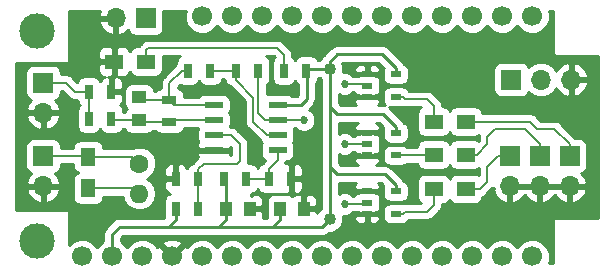
<source format=gbr>
G04 #@! TF.GenerationSoftware,KiCad,Pcbnew,(5.0.0-rc2-dev-444-g2974a2c10)*
G04 #@! TF.CreationDate,2018-10-05T22:12:32-07:00*
G04 #@! TF.ProjectId,retro meter v03,726574726F206D65746572207630332E,v03*
G04 #@! TF.SameCoordinates,Original*
G04 #@! TF.FileFunction,Copper,L1,Top,Signal*
G04 #@! TF.FilePolarity,Positive*
%FSLAX46Y46*%
G04 Gerber Fmt 4.6, Leading zero omitted, Abs format (unit mm)*
G04 Created by KiCad (PCBNEW (5.0.0-rc2-dev-444-g2974a2c10)) date 10/05/18 22:12:32*
%MOMM*%
%LPD*%
G01*
G04 APERTURE LIST*
%ADD10C,3.000000*%
%ADD11C,1.700000*%
%ADD12R,1.500000X1.300000*%
%ADD13R,1.300000X1.500000*%
%ADD14R,1.550000X0.600000*%
%ADD15O,1.700000X1.700000*%
%ADD16R,1.700000X1.700000*%
%ADD17C,1.600000*%
%ADD18O,1.600000X1.600000*%
%ADD19R,0.700000X1.300000*%
%ADD20R,1.300000X0.700000*%
%ADD21R,0.920000X0.520000*%
%ADD22R,1.000000X1.250000*%
%ADD23R,1.250000X1.000000*%
%ADD24C,0.685800*%
%ADD25C,1.016000*%
%ADD26C,0.254000*%
%ADD27C,0.152400*%
G04 APERTURE END LIST*
D10*
X105404800Y-95245000D03*
X105404800Y-113025000D03*
D11*
X147314800Y-93975000D03*
X144774800Y-93975000D03*
X142234800Y-93975000D03*
X139694800Y-93975000D03*
X137154800Y-93975000D03*
X134614800Y-93975000D03*
X132074800Y-93975000D03*
X129534800Y-93975000D03*
X126994800Y-93975000D03*
X124454800Y-93975000D03*
X121914800Y-93975000D03*
X119374800Y-93975000D03*
X147314800Y-114295000D03*
X144774800Y-114295000D03*
X142234800Y-114295000D03*
X139694800Y-114295000D03*
X137154800Y-114295000D03*
X134614800Y-114295000D03*
X132074800Y-114295000D03*
X129534800Y-114295000D03*
X126994800Y-114295000D03*
X124454800Y-114295000D03*
X121914800Y-114295000D03*
X119374800Y-114295000D03*
X116834800Y-114295000D03*
X114294800Y-114295000D03*
X111754800Y-114295000D03*
X109214800Y-114295000D03*
D12*
X138985000Y-108585000D03*
X141685000Y-108585000D03*
D13*
X109728000Y-105838000D03*
X109728000Y-108538000D03*
D14*
X125763000Y-101473000D03*
X125763000Y-102743000D03*
X125763000Y-104013000D03*
X125763000Y-105283000D03*
X120363000Y-105283000D03*
X120363000Y-104013000D03*
X120363000Y-102743000D03*
X120363000Y-101473000D03*
D15*
X105918000Y-102108000D03*
D16*
X105918000Y-99568000D03*
X114604800Y-94135000D03*
D15*
X112064800Y-94135000D03*
X150495000Y-108331000D03*
D16*
X150495000Y-105791000D03*
D15*
X150622000Y-99314000D03*
X148082000Y-99314000D03*
D16*
X145542000Y-99314000D03*
D15*
X105918000Y-108331000D03*
D16*
X105918000Y-105791000D03*
X145415000Y-105791000D03*
D15*
X145415000Y-108331000D03*
X147955000Y-108331000D03*
D16*
X147955000Y-105791000D03*
D12*
X138985000Y-105664000D03*
X141685000Y-105664000D03*
X141685000Y-102870000D03*
X138985000Y-102870000D03*
D17*
X114046000Y-106426000D03*
D18*
X114046000Y-108966000D03*
D12*
X114634000Y-97790000D03*
X111934000Y-97790000D03*
D19*
X117160000Y-110236000D03*
X119060000Y-110236000D03*
X117160000Y-107696000D03*
X119060000Y-107696000D03*
X109794000Y-100330000D03*
X111694000Y-100330000D03*
X109794000Y-102616000D03*
X111694000Y-102616000D03*
D20*
X116586000Y-101031000D03*
X116586000Y-102931000D03*
D19*
X120076000Y-98552000D03*
X118176000Y-98552000D03*
X122240000Y-98552000D03*
X124140000Y-98552000D03*
X126304000Y-98552000D03*
X128204000Y-98552000D03*
D21*
X135788400Y-108778000D03*
X135788400Y-110678000D03*
X133350000Y-110678000D03*
X133350000Y-109728000D03*
X133350000Y-108778000D03*
X133350000Y-103825000D03*
X133350000Y-104775000D03*
X133350000Y-105725000D03*
X135788400Y-105725000D03*
X135788400Y-103825000D03*
X135788400Y-98872000D03*
X135788400Y-100772000D03*
X133350000Y-100772000D03*
X133350000Y-99822000D03*
X133350000Y-98872000D03*
D22*
X121428000Y-110236000D03*
X123428000Y-110236000D03*
X128000000Y-110236000D03*
X126000000Y-110236000D03*
D23*
X114046000Y-102781000D03*
X114046000Y-100781000D03*
D19*
X123124000Y-107696000D03*
X121224000Y-107696000D03*
X125034000Y-107696000D03*
X126934000Y-107696000D03*
D24*
X122555000Y-102235000D03*
X140335000Y-111125000D03*
X139065000Y-99060000D03*
X135890000Y-95885000D03*
X125222000Y-99949000D03*
X129108200Y-101269800D03*
D25*
X130175000Y-98425000D03*
X130175000Y-111125000D03*
D24*
X131445000Y-109855000D03*
X127990600Y-102743000D03*
X131445000Y-99695000D03*
X131445000Y-104775000D03*
D26*
X126934000Y-107696000D02*
X126934000Y-108900000D01*
X126934000Y-108900000D02*
X126868000Y-108966000D01*
X126868000Y-108966000D02*
X124714000Y-108966000D01*
X124714000Y-108966000D02*
X124714000Y-110236000D01*
X124714000Y-110236000D02*
X123428000Y-110236000D01*
X128331000Y-98425000D02*
X128204000Y-98552000D01*
X130175000Y-98425000D02*
X128331000Y-98425000D01*
X128204000Y-98852000D02*
X128270000Y-98918000D01*
X128204000Y-98552000D02*
X128204000Y-98852000D01*
X128270000Y-98918000D02*
X128270000Y-100965000D01*
X127762000Y-101473000D02*
X125763000Y-101473000D01*
X128270000Y-100965000D02*
X127762000Y-101473000D01*
X135788400Y-108264000D02*
X134839400Y-107315000D01*
X135788400Y-108778000D02*
X135788400Y-108264000D01*
X134839400Y-107315000D02*
X130810000Y-107315000D01*
X130810000Y-107315000D02*
X130175000Y-106680000D01*
X130175000Y-111125000D02*
X130175000Y-106680000D01*
X135788400Y-103311000D02*
X134712400Y-102235000D01*
X135788400Y-103825000D02*
X135788400Y-103311000D01*
X134712400Y-102235000D02*
X130810000Y-102235000D01*
X130810000Y-102235000D02*
X130175000Y-101600000D01*
X130175000Y-106680000D02*
X130175000Y-101600000D01*
X130175000Y-101600000D02*
X130175000Y-98425000D01*
X135788400Y-98872000D02*
X135788400Y-98323400D01*
X135788400Y-98323400D02*
X134620000Y-97155000D01*
X134620000Y-97155000D02*
X130810000Y-97155000D01*
X130810000Y-97155000D02*
X130175000Y-97790000D01*
X130175000Y-97790000D02*
X130175000Y-98425000D01*
X111754800Y-112400200D02*
X111754800Y-114295000D01*
X112395000Y-111760000D02*
X111754800Y-112400200D01*
X130175000Y-111125000D02*
X129540000Y-111760000D01*
X116540000Y-111760000D02*
X116332000Y-111760000D01*
X117160000Y-111140000D02*
X116540000Y-111760000D01*
X117160000Y-110236000D02*
X117160000Y-111140000D01*
X116332000Y-111760000D02*
X112395000Y-111760000D01*
X120783000Y-111760000D02*
X120650000Y-111760000D01*
X121428000Y-111115000D02*
X120783000Y-111760000D01*
X121428000Y-110236000D02*
X121428000Y-111115000D01*
X120650000Y-111760000D02*
X116332000Y-111760000D01*
X125355000Y-111760000D02*
X125222000Y-111760000D01*
X126000000Y-111115000D02*
X125355000Y-111760000D01*
X126000000Y-110236000D02*
X126000000Y-111115000D01*
X129540000Y-111760000D02*
X125222000Y-111760000D01*
X125222000Y-111760000D02*
X120650000Y-111760000D01*
X121428000Y-107900000D02*
X121224000Y-107696000D01*
X121428000Y-110236000D02*
X121428000Y-107900000D01*
D27*
X109794000Y-102616000D02*
X109794000Y-100330000D01*
X105918000Y-99568000D02*
X107823000Y-99568000D01*
X107823000Y-99568000D02*
X108585000Y-100330000D01*
X108585000Y-100330000D02*
X109794000Y-100330000D01*
X113618000Y-108538000D02*
X114046000Y-108966000D01*
X109728000Y-108538000D02*
X113618000Y-108538000D01*
X150495000Y-104788600D02*
X150495000Y-105791000D01*
X149211400Y-103505000D02*
X150495000Y-104788600D01*
X147751066Y-103505000D02*
X149211400Y-103505000D01*
X141685000Y-102870000D02*
X147116066Y-102870000D01*
X147116066Y-102870000D02*
X147751066Y-103505000D01*
X116774000Y-102743000D02*
X116586000Y-102931000D01*
X120363000Y-102743000D02*
X116774000Y-102743000D01*
X114196000Y-102931000D02*
X114046000Y-102781000D01*
X116586000Y-102931000D02*
X114196000Y-102931000D01*
X111859000Y-102781000D02*
X111694000Y-102616000D01*
X114046000Y-102781000D02*
X111859000Y-102781000D01*
X117028000Y-101473000D02*
X116586000Y-101031000D01*
X120363000Y-101473000D02*
X117028000Y-101473000D01*
X117673600Y-98552000D02*
X118176000Y-98552000D01*
X116586000Y-99639600D02*
X117673600Y-98552000D01*
X116586000Y-101031000D02*
X116586000Y-99639600D01*
X114296000Y-101031000D02*
X114046000Y-100781000D01*
X116586000Y-101031000D02*
X114296000Y-101031000D01*
X133223000Y-109855000D02*
X133350000Y-109728000D01*
X131445000Y-109855000D02*
X133223000Y-109855000D01*
X109681000Y-105791000D02*
X109728000Y-105838000D01*
X105918000Y-105791000D02*
X109681000Y-105791000D01*
X113458000Y-105838000D02*
X114046000Y-106426000D01*
X109728000Y-105838000D02*
X113458000Y-105838000D01*
X144399000Y-105791000D02*
X145415000Y-105791000D01*
X143510000Y-106680000D02*
X144399000Y-105791000D01*
X141685000Y-108585000D02*
X142875000Y-108585000D01*
X142875000Y-108585000D02*
X143510000Y-107950000D01*
X143510000Y-107950000D02*
X143510000Y-106680000D01*
X141685000Y-105664000D02*
X142621000Y-105664000D01*
X142621000Y-105664000D02*
X143510000Y-104775000D01*
X143510000Y-104775000D02*
X143510000Y-104140000D01*
X147955000Y-104788600D02*
X146685000Y-103518600D01*
X147955000Y-105791000D02*
X147955000Y-104788600D01*
X146685000Y-103518600D02*
X144158600Y-103518600D01*
X143537200Y-104140000D02*
X143510000Y-104140000D01*
X144158600Y-103518600D02*
X143537200Y-104140000D01*
X124140000Y-98552000D02*
X124140000Y-102174000D01*
X124709000Y-102743000D02*
X124140000Y-102174000D01*
X125763000Y-102743000D02*
X124709000Y-102743000D01*
X127505667Y-102743000D02*
X125763000Y-102743000D01*
X127990600Y-102743000D02*
X127505667Y-102743000D01*
X137160000Y-93980200D02*
X137154800Y-93975000D01*
X133223000Y-99695000D02*
X133350000Y-99822000D01*
X131445000Y-99695000D02*
X133223000Y-99695000D01*
X131445000Y-104775000D02*
X133350000Y-104775000D01*
X122240000Y-99380000D02*
X122240000Y-98552000D01*
X122240000Y-98552000D02*
X120076000Y-98552000D01*
X124835600Y-104013000D02*
X123698000Y-102875400D01*
X125763000Y-104013000D02*
X124835600Y-104013000D01*
X123698000Y-102875400D02*
X123698000Y-100838000D01*
X123698000Y-100838000D02*
X122240000Y-99380000D01*
X138985000Y-109935000D02*
X138985000Y-108585000D01*
X138430000Y-110490000D02*
X138985000Y-109935000D01*
X136588800Y-110490000D02*
X138430000Y-110490000D01*
X135788400Y-110678000D02*
X136400800Y-110678000D01*
X136400800Y-110678000D02*
X136588800Y-110490000D01*
X138924000Y-105725000D02*
X138985000Y-105664000D01*
X135788400Y-105725000D02*
X138924000Y-105725000D01*
X138985000Y-102870000D02*
X138985000Y-101520000D01*
X136400800Y-100772000D02*
X135788400Y-100772000D01*
X136593800Y-100965000D02*
X136400800Y-100772000D01*
X138430000Y-100965000D02*
X136593800Y-100965000D01*
X138985000Y-101520000D02*
X138430000Y-100965000D01*
X126304000Y-97216000D02*
X126304000Y-98552000D01*
X125730000Y-96642000D02*
X126304000Y-97216000D01*
X114813000Y-96642000D02*
X125730000Y-96642000D01*
X114634000Y-97790000D02*
X114634000Y-96821000D01*
X114634000Y-96821000D02*
X114813000Y-96642000D01*
X119060000Y-107696000D02*
X119060000Y-110236000D01*
X121793000Y-104013000D02*
X120363000Y-104013000D01*
X119060000Y-106893600D02*
X119527600Y-106426000D01*
X119060000Y-107696000D02*
X119060000Y-106893600D01*
X119527600Y-106426000D02*
X122360266Y-106426000D01*
X122360266Y-106426000D02*
X122555000Y-106231266D01*
X122555000Y-106231266D02*
X122555000Y-104775000D01*
X122555000Y-104775000D02*
X121793000Y-104013000D01*
X123124000Y-107696000D02*
X125034000Y-107696000D01*
X125763000Y-106139000D02*
X125763000Y-105283000D01*
X125034000Y-107696000D02*
X125034000Y-106868000D01*
X125034000Y-106868000D02*
X125763000Y-106139000D01*
D26*
G36*
X110623314Y-93778108D02*
X110743981Y-94008000D01*
X111937800Y-94008000D01*
X111937800Y-93988000D01*
X112191800Y-93988000D01*
X112191800Y-94008000D01*
X112211800Y-94008000D01*
X112211800Y-94262000D01*
X112191800Y-94262000D01*
X112191800Y-95455155D01*
X112421690Y-95576476D01*
X112831724Y-95406645D01*
X113136061Y-95129292D01*
X113156643Y-95232765D01*
X113296991Y-95442809D01*
X113507035Y-95583157D01*
X113754800Y-95632440D01*
X115454800Y-95632440D01*
X115702565Y-95583157D01*
X115912609Y-95442809D01*
X116052957Y-95232765D01*
X116102240Y-94985000D01*
X116102240Y-93472000D01*
X117975797Y-93472000D01*
X117889800Y-93679615D01*
X117889800Y-94270385D01*
X118115878Y-94816185D01*
X118533615Y-95233922D01*
X119079415Y-95460000D01*
X119670185Y-95460000D01*
X120215985Y-95233922D01*
X120633722Y-94816185D01*
X120644800Y-94789440D01*
X120655878Y-94816185D01*
X121073615Y-95233922D01*
X121619415Y-95460000D01*
X122210185Y-95460000D01*
X122755985Y-95233922D01*
X123173722Y-94816185D01*
X123184800Y-94789440D01*
X123195878Y-94816185D01*
X123613615Y-95233922D01*
X124159415Y-95460000D01*
X124750185Y-95460000D01*
X125295985Y-95233922D01*
X125713722Y-94816185D01*
X125724800Y-94789440D01*
X125735878Y-94816185D01*
X126153615Y-95233922D01*
X126699415Y-95460000D01*
X127290185Y-95460000D01*
X127835985Y-95233922D01*
X128253722Y-94816185D01*
X128264800Y-94789440D01*
X128275878Y-94816185D01*
X128693615Y-95233922D01*
X129239415Y-95460000D01*
X129830185Y-95460000D01*
X130375985Y-95233922D01*
X130793722Y-94816185D01*
X130804800Y-94789440D01*
X130815878Y-94816185D01*
X131233615Y-95233922D01*
X131779415Y-95460000D01*
X132370185Y-95460000D01*
X132915985Y-95233922D01*
X133333722Y-94816185D01*
X133344800Y-94789440D01*
X133355878Y-94816185D01*
X133773615Y-95233922D01*
X134319415Y-95460000D01*
X134910185Y-95460000D01*
X135455985Y-95233922D01*
X135873722Y-94816185D01*
X135884800Y-94789440D01*
X135895878Y-94816185D01*
X136313615Y-95233922D01*
X136859415Y-95460000D01*
X137450185Y-95460000D01*
X137995985Y-95233922D01*
X138413722Y-94816185D01*
X138424800Y-94789440D01*
X138435878Y-94816185D01*
X138853615Y-95233922D01*
X139399415Y-95460000D01*
X139990185Y-95460000D01*
X140535985Y-95233922D01*
X140953722Y-94816185D01*
X140964800Y-94789440D01*
X140975878Y-94816185D01*
X141393615Y-95233922D01*
X141939415Y-95460000D01*
X142530185Y-95460000D01*
X143075985Y-95233922D01*
X143493722Y-94816185D01*
X143504800Y-94789440D01*
X143515878Y-94816185D01*
X143933615Y-95233922D01*
X144479415Y-95460000D01*
X145070185Y-95460000D01*
X145615985Y-95233922D01*
X146033722Y-94816185D01*
X146044800Y-94789440D01*
X146055878Y-94816185D01*
X146473615Y-95233922D01*
X147019415Y-95460000D01*
X147610185Y-95460000D01*
X148155985Y-95233922D01*
X148573722Y-94816185D01*
X148799800Y-94270385D01*
X148799800Y-93679615D01*
X148713803Y-93472000D01*
X149098000Y-93472000D01*
X149098000Y-97155000D01*
X149107667Y-97203601D01*
X149135197Y-97244803D01*
X149176399Y-97272333D01*
X149225000Y-97282000D01*
X152908000Y-97282000D01*
X152908000Y-110998000D01*
X149225000Y-110998000D01*
X149176399Y-111007667D01*
X149135197Y-111035197D01*
X149107667Y-111076399D01*
X149098000Y-111125000D01*
X149098000Y-114808000D01*
X148709661Y-114808000D01*
X148799800Y-114590385D01*
X148799800Y-113999615D01*
X148573722Y-113453815D01*
X148155985Y-113036078D01*
X147610185Y-112810000D01*
X147019415Y-112810000D01*
X146473615Y-113036078D01*
X146055878Y-113453815D01*
X146044800Y-113480560D01*
X146033722Y-113453815D01*
X145615985Y-113036078D01*
X145070185Y-112810000D01*
X144479415Y-112810000D01*
X143933615Y-113036078D01*
X143515878Y-113453815D01*
X143504800Y-113480560D01*
X143493722Y-113453815D01*
X143075985Y-113036078D01*
X142530185Y-112810000D01*
X141939415Y-112810000D01*
X141393615Y-113036078D01*
X140975878Y-113453815D01*
X140964800Y-113480560D01*
X140953722Y-113453815D01*
X140535985Y-113036078D01*
X139990185Y-112810000D01*
X139399415Y-112810000D01*
X138853615Y-113036078D01*
X138435878Y-113453815D01*
X138424800Y-113480560D01*
X138413722Y-113453815D01*
X137995985Y-113036078D01*
X137450185Y-112810000D01*
X136859415Y-112810000D01*
X136313615Y-113036078D01*
X135895878Y-113453815D01*
X135884800Y-113480560D01*
X135873722Y-113453815D01*
X135455985Y-113036078D01*
X134910185Y-112810000D01*
X134319415Y-112810000D01*
X133773615Y-113036078D01*
X133355878Y-113453815D01*
X133344800Y-113480560D01*
X133333722Y-113453815D01*
X132915985Y-113036078D01*
X132370185Y-112810000D01*
X131779415Y-112810000D01*
X131233615Y-113036078D01*
X130815878Y-113453815D01*
X130804800Y-113480560D01*
X130793722Y-113453815D01*
X130375985Y-113036078D01*
X129830185Y-112810000D01*
X129239415Y-112810000D01*
X128693615Y-113036078D01*
X128275878Y-113453815D01*
X128264800Y-113480560D01*
X128253722Y-113453815D01*
X127835985Y-113036078D01*
X127290185Y-112810000D01*
X126699415Y-112810000D01*
X126153615Y-113036078D01*
X125735878Y-113453815D01*
X125724800Y-113480560D01*
X125713722Y-113453815D01*
X125295985Y-113036078D01*
X124750185Y-112810000D01*
X124159415Y-112810000D01*
X123613615Y-113036078D01*
X123195878Y-113453815D01*
X123184800Y-113480560D01*
X123173722Y-113453815D01*
X122755985Y-113036078D01*
X122210185Y-112810000D01*
X121619415Y-112810000D01*
X121073615Y-113036078D01*
X120655878Y-113453815D01*
X120644800Y-113480560D01*
X120633722Y-113453815D01*
X120215985Y-113036078D01*
X119670185Y-112810000D01*
X119079415Y-112810000D01*
X118533615Y-113036078D01*
X118115878Y-113453815D01*
X118096645Y-113500247D01*
X117878758Y-113430647D01*
X117014405Y-114295000D01*
X117028548Y-114309143D01*
X116848943Y-114488748D01*
X116834800Y-114474605D01*
X116820658Y-114488748D01*
X116641053Y-114309143D01*
X116655195Y-114295000D01*
X115790842Y-113430647D01*
X115572955Y-113500247D01*
X115553722Y-113453815D01*
X115350949Y-113251042D01*
X115970447Y-113251042D01*
X116834800Y-114115395D01*
X117699153Y-113251042D01*
X117618880Y-112999741D01*
X117063521Y-112798282D01*
X116473342Y-112824685D01*
X116050720Y-112999741D01*
X115970447Y-113251042D01*
X115350949Y-113251042D01*
X115135985Y-113036078D01*
X114590185Y-112810000D01*
X113999415Y-112810000D01*
X113453615Y-113036078D01*
X113035878Y-113453815D01*
X113024800Y-113480560D01*
X113013722Y-113453815D01*
X112595985Y-113036078D01*
X112516800Y-113003278D01*
X112516800Y-112715830D01*
X112710631Y-112522000D01*
X116464957Y-112522000D01*
X116540000Y-112536927D01*
X116615043Y-112522000D01*
X120707957Y-112522000D01*
X120783000Y-112536927D01*
X120858043Y-112522000D01*
X125279957Y-112522000D01*
X125355000Y-112536927D01*
X125430043Y-112522000D01*
X129464957Y-112522000D01*
X129540000Y-112536927D01*
X129615043Y-112522000D01*
X129615048Y-112522000D01*
X129837317Y-112477788D01*
X130089371Y-112309371D01*
X130117014Y-112268000D01*
X130402357Y-112268000D01*
X130822458Y-112093989D01*
X131143989Y-111772458D01*
X131318000Y-111352357D01*
X131318000Y-110963750D01*
X132255000Y-110963750D01*
X132255000Y-111064310D01*
X132351673Y-111297699D01*
X132530302Y-111476327D01*
X132763691Y-111573000D01*
X133064250Y-111573000D01*
X133223000Y-111414250D01*
X133223000Y-110805000D01*
X133477000Y-110805000D01*
X133477000Y-111414250D01*
X133635750Y-111573000D01*
X133936309Y-111573000D01*
X134169698Y-111476327D01*
X134348327Y-111297699D01*
X134445000Y-111064310D01*
X134445000Y-110963750D01*
X134286250Y-110805000D01*
X133477000Y-110805000D01*
X133223000Y-110805000D01*
X132413750Y-110805000D01*
X132255000Y-110963750D01*
X131318000Y-110963750D01*
X131318000Y-110897643D01*
X131291183Y-110832900D01*
X131639516Y-110832900D01*
X131998936Y-110684023D01*
X132116759Y-110566200D01*
X132612367Y-110566200D01*
X132642235Y-110586157D01*
X132890000Y-110635440D01*
X133810000Y-110635440D01*
X134057765Y-110586157D01*
X134110381Y-110551000D01*
X134286250Y-110551000D01*
X134445000Y-110392250D01*
X134445000Y-110291690D01*
X134412594Y-110213456D01*
X134457440Y-109988000D01*
X134457440Y-109468000D01*
X134412594Y-109242544D01*
X134445000Y-109164310D01*
X134445000Y-109063750D01*
X134286250Y-108905000D01*
X134110381Y-108905000D01*
X134057765Y-108869843D01*
X133810000Y-108820560D01*
X132890000Y-108820560D01*
X132642235Y-108869843D01*
X132589619Y-108905000D01*
X132413750Y-108905000D01*
X132255000Y-109063750D01*
X132255000Y-109143800D01*
X132116759Y-109143800D01*
X131998936Y-109025977D01*
X131639516Y-108877100D01*
X131250484Y-108877100D01*
X130937000Y-109006950D01*
X130937000Y-108077000D01*
X132432974Y-108077000D01*
X132351673Y-108158301D01*
X132255000Y-108391690D01*
X132255000Y-108492250D01*
X132413750Y-108651000D01*
X133223000Y-108651000D01*
X133223000Y-108631000D01*
X133477000Y-108631000D01*
X133477000Y-108651000D01*
X134286250Y-108651000D01*
X134445000Y-108492250D01*
X134445000Y-108391690D01*
X134348327Y-108158301D01*
X134267026Y-108077000D01*
X134523770Y-108077000D01*
X134728047Y-108281277D01*
X134680960Y-108518000D01*
X134680960Y-109038000D01*
X134730243Y-109285765D01*
X134870591Y-109495809D01*
X135080635Y-109636157D01*
X135328400Y-109685440D01*
X136248400Y-109685440D01*
X136496165Y-109636157D01*
X136706209Y-109495809D01*
X136846557Y-109285765D01*
X136895840Y-109038000D01*
X136895840Y-108518000D01*
X136846557Y-108270235D01*
X136706209Y-108060191D01*
X136496165Y-107919843D01*
X136471630Y-107914963D01*
X136337771Y-107714629D01*
X136274149Y-107672118D01*
X135431283Y-106829253D01*
X135388771Y-106765629D01*
X135136717Y-106597212D01*
X134914448Y-106553000D01*
X134914443Y-106553000D01*
X134839400Y-106538073D01*
X134764357Y-106553000D01*
X134098061Y-106553000D01*
X134169698Y-106523327D01*
X134348327Y-106344699D01*
X134445000Y-106111310D01*
X134445000Y-106010750D01*
X134286250Y-105852000D01*
X133477000Y-105852000D01*
X133477000Y-105872000D01*
X133223000Y-105872000D01*
X133223000Y-105852000D01*
X132413750Y-105852000D01*
X132255000Y-106010750D01*
X132255000Y-106111310D01*
X132351673Y-106344699D01*
X132530302Y-106523327D01*
X132601939Y-106553000D01*
X131125631Y-106553000D01*
X130937000Y-106364370D01*
X130937000Y-105623050D01*
X131250484Y-105752900D01*
X131639516Y-105752900D01*
X131998936Y-105604023D01*
X132116759Y-105486200D01*
X132301950Y-105486200D01*
X132413750Y-105598000D01*
X132589619Y-105598000D01*
X132642235Y-105633157D01*
X132890000Y-105682440D01*
X133810000Y-105682440D01*
X134057765Y-105633157D01*
X134110381Y-105598000D01*
X134286250Y-105598000D01*
X134445000Y-105439250D01*
X134445000Y-105338690D01*
X134412594Y-105260456D01*
X134457440Y-105035000D01*
X134457440Y-104515000D01*
X134412594Y-104289544D01*
X134445000Y-104211310D01*
X134445000Y-104110750D01*
X134286250Y-103952000D01*
X134110381Y-103952000D01*
X134057765Y-103916843D01*
X133810000Y-103867560D01*
X132890000Y-103867560D01*
X132642235Y-103916843D01*
X132589619Y-103952000D01*
X132413750Y-103952000D01*
X132301950Y-104063800D01*
X132116759Y-104063800D01*
X131998936Y-103945977D01*
X131639516Y-103797100D01*
X131250484Y-103797100D01*
X130937000Y-103926950D01*
X130937000Y-102997000D01*
X132601939Y-102997000D01*
X132530302Y-103026673D01*
X132351673Y-103205301D01*
X132255000Y-103438690D01*
X132255000Y-103539250D01*
X132413750Y-103698000D01*
X133223000Y-103698000D01*
X133223000Y-103678000D01*
X133477000Y-103678000D01*
X133477000Y-103698000D01*
X134286250Y-103698000D01*
X134445000Y-103539250D01*
X134445000Y-103438690D01*
X134348327Y-103205301D01*
X134169698Y-103026673D01*
X134098061Y-102997000D01*
X134396770Y-102997000D01*
X134728047Y-103328277D01*
X134680960Y-103565000D01*
X134680960Y-104085000D01*
X134730243Y-104332765D01*
X134870591Y-104542809D01*
X135080635Y-104683157D01*
X135328400Y-104732440D01*
X136248400Y-104732440D01*
X136496165Y-104683157D01*
X136706209Y-104542809D01*
X136846557Y-104332765D01*
X136895840Y-104085000D01*
X136895840Y-103565000D01*
X136846557Y-103317235D01*
X136706209Y-103107191D01*
X136496165Y-102966843D01*
X136471630Y-102961963D01*
X136337771Y-102761629D01*
X136274149Y-102719118D01*
X135304283Y-101749253D01*
X135261771Y-101685629D01*
X135220340Y-101657946D01*
X135328400Y-101679440D01*
X136248400Y-101679440D01*
X136394221Y-101650435D01*
X136523754Y-101676200D01*
X136523758Y-101676200D01*
X136593799Y-101690132D01*
X136663841Y-101676200D01*
X137905885Y-101676200D01*
X137777191Y-101762191D01*
X137636843Y-101972235D01*
X137587560Y-102220000D01*
X137587560Y-103520000D01*
X137636843Y-103767765D01*
X137777191Y-103977809D01*
X137987235Y-104118157D01*
X138235000Y-104167440D01*
X139735000Y-104167440D01*
X139982765Y-104118157D01*
X140192809Y-103977809D01*
X140333157Y-103767765D01*
X140335000Y-103758500D01*
X140336843Y-103767765D01*
X140477191Y-103977809D01*
X140687235Y-104118157D01*
X140935000Y-104167440D01*
X142435000Y-104167440D01*
X142682765Y-104118157D01*
X142805528Y-104036129D01*
X142784867Y-104140000D01*
X142798800Y-104210046D01*
X142798800Y-104480411D01*
X142791028Y-104488183D01*
X142682765Y-104415843D01*
X142435000Y-104366560D01*
X140935000Y-104366560D01*
X140687235Y-104415843D01*
X140477191Y-104556191D01*
X140336843Y-104766235D01*
X140335000Y-104775500D01*
X140333157Y-104766235D01*
X140192809Y-104556191D01*
X139982765Y-104415843D01*
X139735000Y-104366560D01*
X138235000Y-104366560D01*
X137987235Y-104415843D01*
X137777191Y-104556191D01*
X137636843Y-104766235D01*
X137587600Y-105013800D01*
X136710625Y-105013800D01*
X136706209Y-105007191D01*
X136496165Y-104866843D01*
X136248400Y-104817560D01*
X135328400Y-104817560D01*
X135080635Y-104866843D01*
X134870591Y-105007191D01*
X134730243Y-105217235D01*
X134680960Y-105465000D01*
X134680960Y-105985000D01*
X134730243Y-106232765D01*
X134870591Y-106442809D01*
X135080635Y-106583157D01*
X135328400Y-106632440D01*
X136248400Y-106632440D01*
X136496165Y-106583157D01*
X136706209Y-106442809D01*
X136710625Y-106436200D01*
X137611867Y-106436200D01*
X137636843Y-106561765D01*
X137777191Y-106771809D01*
X137987235Y-106912157D01*
X138235000Y-106961440D01*
X139735000Y-106961440D01*
X139982765Y-106912157D01*
X140192809Y-106771809D01*
X140333157Y-106561765D01*
X140335000Y-106552500D01*
X140336843Y-106561765D01*
X140477191Y-106771809D01*
X140687235Y-106912157D01*
X140935000Y-106961440D01*
X142435000Y-106961440D01*
X142682765Y-106912157D01*
X142798801Y-106834624D01*
X142798800Y-107414376D01*
X142682765Y-107336843D01*
X142435000Y-107287560D01*
X140935000Y-107287560D01*
X140687235Y-107336843D01*
X140477191Y-107477191D01*
X140336843Y-107687235D01*
X140335000Y-107696500D01*
X140333157Y-107687235D01*
X140192809Y-107477191D01*
X139982765Y-107336843D01*
X139735000Y-107287560D01*
X138235000Y-107287560D01*
X137987235Y-107336843D01*
X137777191Y-107477191D01*
X137636843Y-107687235D01*
X137587560Y-107935000D01*
X137587560Y-109235000D01*
X137636843Y-109482765D01*
X137777191Y-109692809D01*
X137905885Y-109778800D01*
X136658841Y-109778800D01*
X136588799Y-109764868D01*
X136518758Y-109778800D01*
X136518754Y-109778800D01*
X136404290Y-109801568D01*
X136248400Y-109770560D01*
X135328400Y-109770560D01*
X135080635Y-109819843D01*
X134870591Y-109960191D01*
X134730243Y-110170235D01*
X134680960Y-110418000D01*
X134680960Y-110938000D01*
X134730243Y-111185765D01*
X134870591Y-111395809D01*
X135080635Y-111536157D01*
X135328400Y-111585440D01*
X136248400Y-111585440D01*
X136496165Y-111536157D01*
X136706209Y-111395809D01*
X136786512Y-111275628D01*
X136897901Y-111201200D01*
X138359959Y-111201200D01*
X138430000Y-111215132D01*
X138500041Y-111201200D01*
X138500046Y-111201200D01*
X138707496Y-111159936D01*
X138942746Y-111002746D01*
X138982424Y-110943364D01*
X139438368Y-110487420D01*
X139497745Y-110447746D01*
X139537420Y-110388369D01*
X139537424Y-110388365D01*
X139646824Y-110224636D01*
X139654936Y-110212496D01*
X139696200Y-110005046D01*
X139696200Y-110005042D01*
X139710132Y-109935000D01*
X139699677Y-109882440D01*
X139735000Y-109882440D01*
X139982765Y-109833157D01*
X140192809Y-109692809D01*
X140333157Y-109482765D01*
X140335000Y-109473500D01*
X140336843Y-109482765D01*
X140477191Y-109692809D01*
X140687235Y-109833157D01*
X140935000Y-109882440D01*
X142435000Y-109882440D01*
X142682765Y-109833157D01*
X142892809Y-109692809D01*
X143033157Y-109482765D01*
X143075425Y-109270266D01*
X143152496Y-109254936D01*
X143387746Y-109097746D01*
X143427424Y-109038364D01*
X143963369Y-108502420D01*
X144022745Y-108462746D01*
X144025915Y-108458002D01*
X144094844Y-108458002D01*
X143973524Y-108687890D01*
X144143355Y-109097924D01*
X144533642Y-109526183D01*
X145058108Y-109772486D01*
X145288000Y-109651819D01*
X145288000Y-108458000D01*
X145542000Y-108458000D01*
X145542000Y-109651819D01*
X145771892Y-109772486D01*
X146296358Y-109526183D01*
X146685000Y-109099729D01*
X147073642Y-109526183D01*
X147598108Y-109772486D01*
X147828000Y-109651819D01*
X147828000Y-108458000D01*
X148082000Y-108458000D01*
X148082000Y-109651819D01*
X148311892Y-109772486D01*
X148836358Y-109526183D01*
X149225000Y-109099729D01*
X149613642Y-109526183D01*
X150138108Y-109772486D01*
X150368000Y-109651819D01*
X150368000Y-108458000D01*
X150622000Y-108458000D01*
X150622000Y-109651819D01*
X150851892Y-109772486D01*
X151376358Y-109526183D01*
X151766645Y-109097924D01*
X151936476Y-108687890D01*
X151815155Y-108458000D01*
X150622000Y-108458000D01*
X150368000Y-108458000D01*
X148082000Y-108458000D01*
X147828000Y-108458000D01*
X145542000Y-108458000D01*
X145288000Y-108458000D01*
X145268000Y-108458000D01*
X145268000Y-108204000D01*
X145288000Y-108204000D01*
X145288000Y-108184000D01*
X145542000Y-108184000D01*
X145542000Y-108204000D01*
X147828000Y-108204000D01*
X147828000Y-108184000D01*
X148082000Y-108184000D01*
X148082000Y-108204000D01*
X150368000Y-108204000D01*
X150368000Y-108184000D01*
X150622000Y-108184000D01*
X150622000Y-108204000D01*
X151815155Y-108204000D01*
X151936476Y-107974110D01*
X151766645Y-107564076D01*
X151489292Y-107259739D01*
X151592765Y-107239157D01*
X151802809Y-107098809D01*
X151943157Y-106888765D01*
X151992440Y-106641000D01*
X151992440Y-104941000D01*
X151943157Y-104693235D01*
X151802809Y-104483191D01*
X151592765Y-104342843D01*
X151345000Y-104293560D01*
X151019576Y-104293560D01*
X151007745Y-104275854D01*
X150948369Y-104236180D01*
X149763823Y-103051635D01*
X149724146Y-102992254D01*
X149488896Y-102835064D01*
X149281446Y-102793800D01*
X149281441Y-102793800D01*
X149211400Y-102779868D01*
X149141359Y-102793800D01*
X148045655Y-102793800D01*
X147668490Y-102416636D01*
X147628812Y-102357254D01*
X147393562Y-102200064D01*
X147186112Y-102158800D01*
X147186107Y-102158800D01*
X147116066Y-102144868D01*
X147046025Y-102158800D01*
X143070267Y-102158800D01*
X143033157Y-101972235D01*
X142892809Y-101762191D01*
X142682765Y-101621843D01*
X142435000Y-101572560D01*
X140935000Y-101572560D01*
X140687235Y-101621843D01*
X140477191Y-101762191D01*
X140336843Y-101972235D01*
X140335000Y-101981500D01*
X140333157Y-101972235D01*
X140192809Y-101762191D01*
X139982765Y-101621843D01*
X139735000Y-101572560D01*
X139699677Y-101572560D01*
X139710132Y-101520000D01*
X139696200Y-101449958D01*
X139696200Y-101449954D01*
X139654936Y-101242504D01*
X139598679Y-101158310D01*
X139537424Y-101066635D01*
X139537422Y-101066633D01*
X139497746Y-101007254D01*
X139438366Y-100967578D01*
X138982424Y-100511636D01*
X138942746Y-100452254D01*
X138707496Y-100295064D01*
X138500046Y-100253800D01*
X138500041Y-100253800D01*
X138430000Y-100239868D01*
X138359959Y-100253800D01*
X136905384Y-100253800D01*
X136786512Y-100174372D01*
X136706209Y-100054191D01*
X136496165Y-99913843D01*
X136248400Y-99864560D01*
X135328400Y-99864560D01*
X135080635Y-99913843D01*
X134870591Y-100054191D01*
X134730243Y-100264235D01*
X134680960Y-100512000D01*
X134680960Y-101032000D01*
X134730243Y-101279765D01*
X134870382Y-101489497D01*
X134787448Y-101473000D01*
X134787443Y-101473000D01*
X134712400Y-101458073D01*
X134637357Y-101473000D01*
X134267026Y-101473000D01*
X134348327Y-101391699D01*
X134445000Y-101158310D01*
X134445000Y-101057750D01*
X134286250Y-100899000D01*
X133477000Y-100899000D01*
X133477000Y-100919000D01*
X133223000Y-100919000D01*
X133223000Y-100899000D01*
X132413750Y-100899000D01*
X132255000Y-101057750D01*
X132255000Y-101158310D01*
X132351673Y-101391699D01*
X132432974Y-101473000D01*
X131125631Y-101473000D01*
X130937000Y-101284370D01*
X130937000Y-100543050D01*
X131250484Y-100672900D01*
X131639516Y-100672900D01*
X131998936Y-100524023D01*
X132116759Y-100406200D01*
X132255000Y-100406200D01*
X132255000Y-100486250D01*
X132413750Y-100645000D01*
X132589619Y-100645000D01*
X132642235Y-100680157D01*
X132890000Y-100729440D01*
X133810000Y-100729440D01*
X134057765Y-100680157D01*
X134110381Y-100645000D01*
X134286250Y-100645000D01*
X134445000Y-100486250D01*
X134445000Y-100385690D01*
X134412594Y-100307456D01*
X134457440Y-100082000D01*
X134457440Y-99562000D01*
X134412594Y-99336544D01*
X134445000Y-99258310D01*
X134445000Y-99157750D01*
X134286250Y-98999000D01*
X134110381Y-98999000D01*
X134057765Y-98963843D01*
X133810000Y-98914560D01*
X132890000Y-98914560D01*
X132642235Y-98963843D01*
X132612367Y-98983800D01*
X132116759Y-98983800D01*
X131998936Y-98865977D01*
X131639516Y-98717100D01*
X131291183Y-98717100D01*
X131318000Y-98652357D01*
X131318000Y-98485690D01*
X132255000Y-98485690D01*
X132255000Y-98586250D01*
X132413750Y-98745000D01*
X133223000Y-98745000D01*
X133223000Y-98135750D01*
X133477000Y-98135750D01*
X133477000Y-98745000D01*
X134286250Y-98745000D01*
X134445000Y-98586250D01*
X134445000Y-98485690D01*
X134348327Y-98252301D01*
X134169698Y-98073673D01*
X133936309Y-97977000D01*
X133635750Y-97977000D01*
X133477000Y-98135750D01*
X133223000Y-98135750D01*
X133064250Y-97977000D01*
X132763691Y-97977000D01*
X132530302Y-98073673D01*
X132351673Y-98252301D01*
X132255000Y-98485690D01*
X131318000Y-98485690D01*
X131318000Y-98197643D01*
X131201754Y-97917000D01*
X134304370Y-97917000D01*
X134738799Y-98351430D01*
X134730243Y-98364235D01*
X134680960Y-98612000D01*
X134680960Y-99132000D01*
X134730243Y-99379765D01*
X134870591Y-99589809D01*
X135080635Y-99730157D01*
X135328400Y-99779440D01*
X136248400Y-99779440D01*
X136496165Y-99730157D01*
X136706209Y-99589809D01*
X136846557Y-99379765D01*
X136895840Y-99132000D01*
X136895840Y-98612000D01*
X136866402Y-98464000D01*
X144044560Y-98464000D01*
X144044560Y-100164000D01*
X144093843Y-100411765D01*
X144234191Y-100621809D01*
X144444235Y-100762157D01*
X144692000Y-100811440D01*
X146392000Y-100811440D01*
X146639765Y-100762157D01*
X146849809Y-100621809D01*
X146990157Y-100411765D01*
X146999184Y-100366381D01*
X147011375Y-100384625D01*
X147502582Y-100712839D01*
X147935744Y-100799000D01*
X148228256Y-100799000D01*
X148661418Y-100712839D01*
X149152625Y-100384625D01*
X149365843Y-100065522D01*
X149426817Y-100195358D01*
X149855076Y-100585645D01*
X150265110Y-100755476D01*
X150495000Y-100634155D01*
X150495000Y-99441000D01*
X150749000Y-99441000D01*
X150749000Y-100634155D01*
X150978890Y-100755476D01*
X151388924Y-100585645D01*
X151817183Y-100195358D01*
X152063486Y-99670892D01*
X151942819Y-99441000D01*
X150749000Y-99441000D01*
X150495000Y-99441000D01*
X150475000Y-99441000D01*
X150475000Y-99187000D01*
X150495000Y-99187000D01*
X150495000Y-97993845D01*
X150749000Y-97993845D01*
X150749000Y-99187000D01*
X151942819Y-99187000D01*
X152063486Y-98957108D01*
X151817183Y-98432642D01*
X151388924Y-98042355D01*
X150978890Y-97872524D01*
X150749000Y-97993845D01*
X150495000Y-97993845D01*
X150265110Y-97872524D01*
X149855076Y-98042355D01*
X149426817Y-98432642D01*
X149365843Y-98562478D01*
X149152625Y-98243375D01*
X148661418Y-97915161D01*
X148228256Y-97829000D01*
X147935744Y-97829000D01*
X147502582Y-97915161D01*
X147011375Y-98243375D01*
X146999184Y-98261619D01*
X146990157Y-98216235D01*
X146849809Y-98006191D01*
X146639765Y-97865843D01*
X146392000Y-97816560D01*
X144692000Y-97816560D01*
X144444235Y-97865843D01*
X144234191Y-98006191D01*
X144093843Y-98216235D01*
X144044560Y-98464000D01*
X136866402Y-98464000D01*
X136846557Y-98364235D01*
X136706209Y-98154191D01*
X136499497Y-98016070D01*
X136337771Y-97774029D01*
X136274149Y-97731518D01*
X135211883Y-96669253D01*
X135169371Y-96605629D01*
X134917317Y-96437212D01*
X134695048Y-96393000D01*
X134695043Y-96393000D01*
X134620000Y-96378073D01*
X134544957Y-96393000D01*
X130885047Y-96393000D01*
X130810000Y-96378072D01*
X130734953Y-96393000D01*
X130734952Y-96393000D01*
X130512683Y-96437212D01*
X130432383Y-96490867D01*
X130356092Y-96541843D01*
X130260629Y-96605629D01*
X130218118Y-96669251D01*
X129689253Y-97198117D01*
X129625629Y-97240629D01*
X129457212Y-97492684D01*
X129448855Y-97534698D01*
X129320553Y-97663000D01*
X129153900Y-97663000D01*
X129152157Y-97654235D01*
X129011809Y-97444191D01*
X128801765Y-97303843D01*
X128554000Y-97254560D01*
X127854000Y-97254560D01*
X127606235Y-97303843D01*
X127396191Y-97444191D01*
X127255843Y-97654235D01*
X127254000Y-97663500D01*
X127252157Y-97654235D01*
X127111809Y-97444191D01*
X127015200Y-97379638D01*
X127015200Y-97286042D01*
X127029132Y-97216000D01*
X127015200Y-97145958D01*
X127015200Y-97145954D01*
X126973936Y-96938504D01*
X126943020Y-96892235D01*
X126856424Y-96762635D01*
X126856420Y-96762631D01*
X126816745Y-96703254D01*
X126757368Y-96663580D01*
X126282424Y-96188636D01*
X126242746Y-96129254D01*
X126007496Y-95972064D01*
X125800046Y-95930800D01*
X125800041Y-95930800D01*
X125730000Y-95916868D01*
X125659959Y-95930800D01*
X114883041Y-95930800D01*
X114812999Y-95916868D01*
X114742958Y-95930800D01*
X114742954Y-95930800D01*
X114535504Y-95972064D01*
X114300254Y-96129254D01*
X114260576Y-96188636D01*
X114180634Y-96268578D01*
X114121255Y-96308254D01*
X114081579Y-96367633D01*
X114081576Y-96367636D01*
X113998105Y-96492560D01*
X113884000Y-96492560D01*
X113636235Y-96541843D01*
X113426191Y-96682191D01*
X113285843Y-96892235D01*
X113280279Y-96920209D01*
X113222327Y-96780301D01*
X113043698Y-96601673D01*
X112810309Y-96505000D01*
X112219750Y-96505000D01*
X112061000Y-96663750D01*
X112061000Y-97663000D01*
X112081000Y-97663000D01*
X112081000Y-97917000D01*
X112061000Y-97917000D01*
X112061000Y-98916250D01*
X112203497Y-99058747D01*
X112170309Y-99045000D01*
X111979750Y-99045000D01*
X111821000Y-99203750D01*
X111821000Y-100203000D01*
X112520250Y-100203000D01*
X112679000Y-100044250D01*
X112679000Y-99553690D01*
X112582327Y-99320301D01*
X112403698Y-99141673D01*
X112242735Y-99075000D01*
X112810309Y-99075000D01*
X113043698Y-98978327D01*
X113222327Y-98799699D01*
X113280279Y-98659791D01*
X113285843Y-98687765D01*
X113426191Y-98897809D01*
X113636235Y-99038157D01*
X113884000Y-99087440D01*
X115384000Y-99087440D01*
X115631765Y-99038157D01*
X115841809Y-98897809D01*
X115982157Y-98687765D01*
X116031440Y-98440000D01*
X116031440Y-97353200D01*
X117504368Y-97353200D01*
X117368191Y-97444191D01*
X117227843Y-97654235D01*
X117178560Y-97902000D01*
X117178560Y-98027423D01*
X117160854Y-98039254D01*
X117121178Y-98098633D01*
X116132634Y-99087178D01*
X116073255Y-99126854D01*
X116033579Y-99186233D01*
X116033576Y-99186236D01*
X115916065Y-99362104D01*
X115860868Y-99639600D01*
X115874801Y-99709646D01*
X115874801Y-100045733D01*
X115688235Y-100082843D01*
X115478191Y-100223191D01*
X115413638Y-100319800D01*
X115318440Y-100319800D01*
X115318440Y-100281000D01*
X115269157Y-100033235D01*
X115128809Y-99823191D01*
X114918765Y-99682843D01*
X114671000Y-99633560D01*
X113421000Y-99633560D01*
X113173235Y-99682843D01*
X112963191Y-99823191D01*
X112822843Y-100033235D01*
X112773560Y-100281000D01*
X112773560Y-101281000D01*
X112822843Y-101528765D01*
X112963191Y-101738809D01*
X113026334Y-101781000D01*
X112963191Y-101823191D01*
X112822843Y-102033235D01*
X112815570Y-102069800D01*
X112691440Y-102069800D01*
X112691440Y-101966000D01*
X112642157Y-101718235D01*
X112501809Y-101508191D01*
X112449072Y-101472953D01*
X112582327Y-101339699D01*
X112679000Y-101106310D01*
X112679000Y-100615750D01*
X112520250Y-100457000D01*
X111821000Y-100457000D01*
X111821000Y-100477000D01*
X111567000Y-100477000D01*
X111567000Y-100457000D01*
X111547000Y-100457000D01*
X111547000Y-100203000D01*
X111567000Y-100203000D01*
X111567000Y-99203750D01*
X111438250Y-99075000D01*
X111648250Y-99075000D01*
X111807000Y-98916250D01*
X111807000Y-97917000D01*
X110707750Y-97917000D01*
X110549000Y-98075750D01*
X110549000Y-98566310D01*
X110645673Y-98799699D01*
X110824302Y-98978327D01*
X111057691Y-99075000D01*
X111145265Y-99075000D01*
X110984302Y-99141673D01*
X110805673Y-99320301D01*
X110747721Y-99460209D01*
X110742157Y-99432235D01*
X110601809Y-99222191D01*
X110391765Y-99081843D01*
X110144000Y-99032560D01*
X109444000Y-99032560D01*
X109196235Y-99081843D01*
X108986191Y-99222191D01*
X108845843Y-99432235D01*
X108820489Y-99559700D01*
X108375424Y-99114636D01*
X108335746Y-99055254D01*
X108100496Y-98898064D01*
X107893046Y-98856800D01*
X107893041Y-98856800D01*
X107823000Y-98842868D01*
X107752959Y-98856800D01*
X107415440Y-98856800D01*
X107415440Y-98718000D01*
X107366157Y-98470235D01*
X107225809Y-98260191D01*
X107015765Y-98119843D01*
X106768000Y-98070560D01*
X105068000Y-98070560D01*
X104820235Y-98119843D01*
X104610191Y-98260191D01*
X104469843Y-98470235D01*
X104420560Y-98718000D01*
X104420560Y-100418000D01*
X104469843Y-100665765D01*
X104610191Y-100875809D01*
X104820235Y-101016157D01*
X104923708Y-101036739D01*
X104646355Y-101341076D01*
X104476524Y-101751110D01*
X104597845Y-101981000D01*
X105791000Y-101981000D01*
X105791000Y-101961000D01*
X106045000Y-101961000D01*
X106045000Y-101981000D01*
X107238155Y-101981000D01*
X107359476Y-101751110D01*
X107189645Y-101341076D01*
X106912292Y-101036739D01*
X107015765Y-101016157D01*
X107225809Y-100875809D01*
X107366157Y-100665765D01*
X107415440Y-100418000D01*
X107415440Y-100279200D01*
X107528412Y-100279200D01*
X108032578Y-100783367D01*
X108072254Y-100842746D01*
X108131633Y-100882422D01*
X108131635Y-100882424D01*
X108247336Y-100959733D01*
X108307504Y-100999936D01*
X108514954Y-101041200D01*
X108514958Y-101041200D01*
X108585000Y-101055132D01*
X108655042Y-101041200D01*
X108808733Y-101041200D01*
X108845843Y-101227765D01*
X108986191Y-101437809D01*
X109038858Y-101473000D01*
X108986191Y-101508191D01*
X108845843Y-101718235D01*
X108796560Y-101966000D01*
X108796560Y-103266000D01*
X108845843Y-103513765D01*
X108986191Y-103723809D01*
X109196235Y-103864157D01*
X109444000Y-103913440D01*
X110144000Y-103913440D01*
X110391765Y-103864157D01*
X110601809Y-103723809D01*
X110742157Y-103513765D01*
X110744000Y-103504500D01*
X110745843Y-103513765D01*
X110886191Y-103723809D01*
X111096235Y-103864157D01*
X111344000Y-103913440D01*
X112044000Y-103913440D01*
X112291765Y-103864157D01*
X112501809Y-103723809D01*
X112642157Y-103513765D01*
X112646446Y-103492200D01*
X112815570Y-103492200D01*
X112822843Y-103528765D01*
X112963191Y-103738809D01*
X113173235Y-103879157D01*
X113421000Y-103928440D01*
X114671000Y-103928440D01*
X114918765Y-103879157D01*
X115128809Y-103738809D01*
X115193362Y-103642200D01*
X115413638Y-103642200D01*
X115478191Y-103738809D01*
X115688235Y-103879157D01*
X115936000Y-103928440D01*
X117236000Y-103928440D01*
X117483765Y-103879157D01*
X117693809Y-103738809D01*
X117834157Y-103528765D01*
X117848989Y-103454200D01*
X118997216Y-103454200D01*
X118989843Y-103465235D01*
X118940560Y-103713000D01*
X118940560Y-104313000D01*
X118989843Y-104560765D01*
X119042768Y-104639972D01*
X118953000Y-104856690D01*
X118953000Y-104997250D01*
X119111750Y-105156000D01*
X120236000Y-105156000D01*
X120236000Y-105136000D01*
X120490000Y-105136000D01*
X120490000Y-105156000D01*
X121614250Y-105156000D01*
X121772231Y-104998019D01*
X121843801Y-105069589D01*
X121843800Y-105714800D01*
X121770726Y-105714800D01*
X121773000Y-105709310D01*
X121773000Y-105568750D01*
X121614250Y-105410000D01*
X120490000Y-105410000D01*
X120490000Y-105430000D01*
X120236000Y-105430000D01*
X120236000Y-105410000D01*
X119111750Y-105410000D01*
X118953000Y-105568750D01*
X118953000Y-105709310D01*
X119032573Y-105901415D01*
X119014854Y-105913254D01*
X118975178Y-105972634D01*
X118606634Y-106341178D01*
X118547255Y-106380854D01*
X118508665Y-106438608D01*
X118462235Y-106447843D01*
X118252191Y-106588191D01*
X118111843Y-106798235D01*
X118106279Y-106826209D01*
X118048327Y-106686301D01*
X117869698Y-106507673D01*
X117636309Y-106411000D01*
X117445750Y-106411000D01*
X117287000Y-106569750D01*
X117287000Y-107569000D01*
X117307000Y-107569000D01*
X117307000Y-107823000D01*
X117287000Y-107823000D01*
X117287000Y-107843000D01*
X117033000Y-107843000D01*
X117033000Y-107823000D01*
X116333750Y-107823000D01*
X116175000Y-107981750D01*
X116175000Y-108472310D01*
X116271673Y-108705699D01*
X116450302Y-108884327D01*
X116655449Y-108969302D01*
X116562235Y-108987843D01*
X116352191Y-109128191D01*
X116211843Y-109338235D01*
X116162560Y-109586000D01*
X116162560Y-110886000D01*
X116184838Y-110998000D01*
X112470047Y-110998000D01*
X112395000Y-110983072D01*
X112319953Y-110998000D01*
X112319952Y-110998000D01*
X112097683Y-111042212D01*
X111845629Y-111210629D01*
X111803118Y-111274251D01*
X111269053Y-111808317D01*
X111205429Y-111850829D01*
X111037012Y-112102884D01*
X110992800Y-112325153D01*
X110992800Y-112325157D01*
X110977873Y-112400200D01*
X110992800Y-112475244D01*
X110992800Y-113003278D01*
X110913615Y-113036078D01*
X110495878Y-113453815D01*
X110484800Y-113480560D01*
X110473722Y-113453815D01*
X110055985Y-113036078D01*
X109510185Y-112810000D01*
X108919415Y-112810000D01*
X108373615Y-113036078D01*
X108077000Y-113332693D01*
X108077000Y-110490000D01*
X108067333Y-110441399D01*
X108039803Y-110400197D01*
X107998601Y-110372667D01*
X107950000Y-110363000D01*
X103632000Y-110363000D01*
X103632000Y-108687890D01*
X104476524Y-108687890D01*
X104646355Y-109097924D01*
X105036642Y-109526183D01*
X105561108Y-109772486D01*
X105791000Y-109651819D01*
X105791000Y-108458000D01*
X106045000Y-108458000D01*
X106045000Y-109651819D01*
X106274892Y-109772486D01*
X106799358Y-109526183D01*
X107189645Y-109097924D01*
X107359476Y-108687890D01*
X107238155Y-108458000D01*
X106045000Y-108458000D01*
X105791000Y-108458000D01*
X104597845Y-108458000D01*
X104476524Y-108687890D01*
X103632000Y-108687890D01*
X103632000Y-104941000D01*
X104420560Y-104941000D01*
X104420560Y-106641000D01*
X104469843Y-106888765D01*
X104610191Y-107098809D01*
X104820235Y-107239157D01*
X104923708Y-107259739D01*
X104646355Y-107564076D01*
X104476524Y-107974110D01*
X104597845Y-108204000D01*
X105791000Y-108204000D01*
X105791000Y-108184000D01*
X106045000Y-108184000D01*
X106045000Y-108204000D01*
X107238155Y-108204000D01*
X107359476Y-107974110D01*
X107189645Y-107564076D01*
X106912292Y-107259739D01*
X107015765Y-107239157D01*
X107225809Y-107098809D01*
X107366157Y-106888765D01*
X107415440Y-106641000D01*
X107415440Y-106502200D01*
X108430560Y-106502200D01*
X108430560Y-106588000D01*
X108479843Y-106835765D01*
X108620191Y-107045809D01*
X108830235Y-107186157D01*
X108839500Y-107188000D01*
X108830235Y-107189843D01*
X108620191Y-107330191D01*
X108479843Y-107540235D01*
X108430560Y-107788000D01*
X108430560Y-109288000D01*
X108479843Y-109535765D01*
X108620191Y-109745809D01*
X108830235Y-109886157D01*
X109078000Y-109935440D01*
X110378000Y-109935440D01*
X110625765Y-109886157D01*
X110835809Y-109745809D01*
X110976157Y-109535765D01*
X111025440Y-109288000D01*
X111025440Y-109249200D01*
X112639219Y-109249200D01*
X112694260Y-109525909D01*
X113011423Y-110000577D01*
X113486091Y-110317740D01*
X113904667Y-110401000D01*
X114187333Y-110401000D01*
X114605909Y-110317740D01*
X115080577Y-110000577D01*
X115397740Y-109525909D01*
X115509113Y-108966000D01*
X115397740Y-108406091D01*
X115080577Y-107931423D01*
X114728832Y-107696394D01*
X114858862Y-107642534D01*
X115262534Y-107238862D01*
X115394739Y-106919690D01*
X116175000Y-106919690D01*
X116175000Y-107410250D01*
X116333750Y-107569000D01*
X117033000Y-107569000D01*
X117033000Y-106569750D01*
X116874250Y-106411000D01*
X116683691Y-106411000D01*
X116450302Y-106507673D01*
X116271673Y-106686301D01*
X116175000Y-106919690D01*
X115394739Y-106919690D01*
X115481000Y-106711439D01*
X115481000Y-106140561D01*
X115262534Y-105613138D01*
X114858862Y-105209466D01*
X114331439Y-104991000D01*
X113760561Y-104991000D01*
X113463638Y-105113990D01*
X113458000Y-105112868D01*
X113387959Y-105126800D01*
X111025440Y-105126800D01*
X111025440Y-105088000D01*
X110976157Y-104840235D01*
X110835809Y-104630191D01*
X110625765Y-104489843D01*
X110378000Y-104440560D01*
X109078000Y-104440560D01*
X108830235Y-104489843D01*
X108620191Y-104630191D01*
X108479843Y-104840235D01*
X108432191Y-105079800D01*
X107415440Y-105079800D01*
X107415440Y-104941000D01*
X107366157Y-104693235D01*
X107225809Y-104483191D01*
X107015765Y-104342843D01*
X106768000Y-104293560D01*
X105068000Y-104293560D01*
X104820235Y-104342843D01*
X104610191Y-104483191D01*
X104469843Y-104693235D01*
X104420560Y-104941000D01*
X103632000Y-104941000D01*
X103632000Y-102464890D01*
X104476524Y-102464890D01*
X104646355Y-102874924D01*
X105036642Y-103303183D01*
X105561108Y-103549486D01*
X105791000Y-103428819D01*
X105791000Y-102235000D01*
X106045000Y-102235000D01*
X106045000Y-103428819D01*
X106274892Y-103549486D01*
X106799358Y-103303183D01*
X107189645Y-102874924D01*
X107359476Y-102464890D01*
X107238155Y-102235000D01*
X106045000Y-102235000D01*
X105791000Y-102235000D01*
X104597845Y-102235000D01*
X104476524Y-102464890D01*
X103632000Y-102464890D01*
X103632000Y-97917000D01*
X107950000Y-97917000D01*
X107998601Y-97907333D01*
X108039803Y-97879803D01*
X108067333Y-97838601D01*
X108077000Y-97790000D01*
X108077000Y-97013690D01*
X110549000Y-97013690D01*
X110549000Y-97504250D01*
X110707750Y-97663000D01*
X111807000Y-97663000D01*
X111807000Y-96663750D01*
X111648250Y-96505000D01*
X111057691Y-96505000D01*
X110824302Y-96601673D01*
X110645673Y-96780301D01*
X110549000Y-97013690D01*
X108077000Y-97013690D01*
X108077000Y-94491892D01*
X110623314Y-94491892D01*
X110869617Y-95016358D01*
X111297876Y-95406645D01*
X111707910Y-95576476D01*
X111937800Y-95455155D01*
X111937800Y-94262000D01*
X110743981Y-94262000D01*
X110623314Y-94491892D01*
X108077000Y-94491892D01*
X108077000Y-93472000D01*
X110767070Y-93472000D01*
X110623314Y-93778108D01*
X110623314Y-93778108D01*
G37*
X110623314Y-93778108D02*
X110743981Y-94008000D01*
X111937800Y-94008000D01*
X111937800Y-93988000D01*
X112191800Y-93988000D01*
X112191800Y-94008000D01*
X112211800Y-94008000D01*
X112211800Y-94262000D01*
X112191800Y-94262000D01*
X112191800Y-95455155D01*
X112421690Y-95576476D01*
X112831724Y-95406645D01*
X113136061Y-95129292D01*
X113156643Y-95232765D01*
X113296991Y-95442809D01*
X113507035Y-95583157D01*
X113754800Y-95632440D01*
X115454800Y-95632440D01*
X115702565Y-95583157D01*
X115912609Y-95442809D01*
X116052957Y-95232765D01*
X116102240Y-94985000D01*
X116102240Y-93472000D01*
X117975797Y-93472000D01*
X117889800Y-93679615D01*
X117889800Y-94270385D01*
X118115878Y-94816185D01*
X118533615Y-95233922D01*
X119079415Y-95460000D01*
X119670185Y-95460000D01*
X120215985Y-95233922D01*
X120633722Y-94816185D01*
X120644800Y-94789440D01*
X120655878Y-94816185D01*
X121073615Y-95233922D01*
X121619415Y-95460000D01*
X122210185Y-95460000D01*
X122755985Y-95233922D01*
X123173722Y-94816185D01*
X123184800Y-94789440D01*
X123195878Y-94816185D01*
X123613615Y-95233922D01*
X124159415Y-95460000D01*
X124750185Y-95460000D01*
X125295985Y-95233922D01*
X125713722Y-94816185D01*
X125724800Y-94789440D01*
X125735878Y-94816185D01*
X126153615Y-95233922D01*
X126699415Y-95460000D01*
X127290185Y-95460000D01*
X127835985Y-95233922D01*
X128253722Y-94816185D01*
X128264800Y-94789440D01*
X128275878Y-94816185D01*
X128693615Y-95233922D01*
X129239415Y-95460000D01*
X129830185Y-95460000D01*
X130375985Y-95233922D01*
X130793722Y-94816185D01*
X130804800Y-94789440D01*
X130815878Y-94816185D01*
X131233615Y-95233922D01*
X131779415Y-95460000D01*
X132370185Y-95460000D01*
X132915985Y-95233922D01*
X133333722Y-94816185D01*
X133344800Y-94789440D01*
X133355878Y-94816185D01*
X133773615Y-95233922D01*
X134319415Y-95460000D01*
X134910185Y-95460000D01*
X135455985Y-95233922D01*
X135873722Y-94816185D01*
X135884800Y-94789440D01*
X135895878Y-94816185D01*
X136313615Y-95233922D01*
X136859415Y-95460000D01*
X137450185Y-95460000D01*
X137995985Y-95233922D01*
X138413722Y-94816185D01*
X138424800Y-94789440D01*
X138435878Y-94816185D01*
X138853615Y-95233922D01*
X139399415Y-95460000D01*
X139990185Y-95460000D01*
X140535985Y-95233922D01*
X140953722Y-94816185D01*
X140964800Y-94789440D01*
X140975878Y-94816185D01*
X141393615Y-95233922D01*
X141939415Y-95460000D01*
X142530185Y-95460000D01*
X143075985Y-95233922D01*
X143493722Y-94816185D01*
X143504800Y-94789440D01*
X143515878Y-94816185D01*
X143933615Y-95233922D01*
X144479415Y-95460000D01*
X145070185Y-95460000D01*
X145615985Y-95233922D01*
X146033722Y-94816185D01*
X146044800Y-94789440D01*
X146055878Y-94816185D01*
X146473615Y-95233922D01*
X147019415Y-95460000D01*
X147610185Y-95460000D01*
X148155985Y-95233922D01*
X148573722Y-94816185D01*
X148799800Y-94270385D01*
X148799800Y-93679615D01*
X148713803Y-93472000D01*
X149098000Y-93472000D01*
X149098000Y-97155000D01*
X149107667Y-97203601D01*
X149135197Y-97244803D01*
X149176399Y-97272333D01*
X149225000Y-97282000D01*
X152908000Y-97282000D01*
X152908000Y-110998000D01*
X149225000Y-110998000D01*
X149176399Y-111007667D01*
X149135197Y-111035197D01*
X149107667Y-111076399D01*
X149098000Y-111125000D01*
X149098000Y-114808000D01*
X148709661Y-114808000D01*
X148799800Y-114590385D01*
X148799800Y-113999615D01*
X148573722Y-113453815D01*
X148155985Y-113036078D01*
X147610185Y-112810000D01*
X147019415Y-112810000D01*
X146473615Y-113036078D01*
X146055878Y-113453815D01*
X146044800Y-113480560D01*
X146033722Y-113453815D01*
X145615985Y-113036078D01*
X145070185Y-112810000D01*
X144479415Y-112810000D01*
X143933615Y-113036078D01*
X143515878Y-113453815D01*
X143504800Y-113480560D01*
X143493722Y-113453815D01*
X143075985Y-113036078D01*
X142530185Y-112810000D01*
X141939415Y-112810000D01*
X141393615Y-113036078D01*
X140975878Y-113453815D01*
X140964800Y-113480560D01*
X140953722Y-113453815D01*
X140535985Y-113036078D01*
X139990185Y-112810000D01*
X139399415Y-112810000D01*
X138853615Y-113036078D01*
X138435878Y-113453815D01*
X138424800Y-113480560D01*
X138413722Y-113453815D01*
X137995985Y-113036078D01*
X137450185Y-112810000D01*
X136859415Y-112810000D01*
X136313615Y-113036078D01*
X135895878Y-113453815D01*
X135884800Y-113480560D01*
X135873722Y-113453815D01*
X135455985Y-113036078D01*
X134910185Y-112810000D01*
X134319415Y-112810000D01*
X133773615Y-113036078D01*
X133355878Y-113453815D01*
X133344800Y-113480560D01*
X133333722Y-113453815D01*
X132915985Y-113036078D01*
X132370185Y-112810000D01*
X131779415Y-112810000D01*
X131233615Y-113036078D01*
X130815878Y-113453815D01*
X130804800Y-113480560D01*
X130793722Y-113453815D01*
X130375985Y-113036078D01*
X129830185Y-112810000D01*
X129239415Y-112810000D01*
X128693615Y-113036078D01*
X128275878Y-113453815D01*
X128264800Y-113480560D01*
X128253722Y-113453815D01*
X127835985Y-113036078D01*
X127290185Y-112810000D01*
X126699415Y-112810000D01*
X126153615Y-113036078D01*
X125735878Y-113453815D01*
X125724800Y-113480560D01*
X125713722Y-113453815D01*
X125295985Y-113036078D01*
X124750185Y-112810000D01*
X124159415Y-112810000D01*
X123613615Y-113036078D01*
X123195878Y-113453815D01*
X123184800Y-113480560D01*
X123173722Y-113453815D01*
X122755985Y-113036078D01*
X122210185Y-112810000D01*
X121619415Y-112810000D01*
X121073615Y-113036078D01*
X120655878Y-113453815D01*
X120644800Y-113480560D01*
X120633722Y-113453815D01*
X120215985Y-113036078D01*
X119670185Y-112810000D01*
X119079415Y-112810000D01*
X118533615Y-113036078D01*
X118115878Y-113453815D01*
X118096645Y-113500247D01*
X117878758Y-113430647D01*
X117014405Y-114295000D01*
X117028548Y-114309143D01*
X116848943Y-114488748D01*
X116834800Y-114474605D01*
X116820658Y-114488748D01*
X116641053Y-114309143D01*
X116655195Y-114295000D01*
X115790842Y-113430647D01*
X115572955Y-113500247D01*
X115553722Y-113453815D01*
X115350949Y-113251042D01*
X115970447Y-113251042D01*
X116834800Y-114115395D01*
X117699153Y-113251042D01*
X117618880Y-112999741D01*
X117063521Y-112798282D01*
X116473342Y-112824685D01*
X116050720Y-112999741D01*
X115970447Y-113251042D01*
X115350949Y-113251042D01*
X115135985Y-113036078D01*
X114590185Y-112810000D01*
X113999415Y-112810000D01*
X113453615Y-113036078D01*
X113035878Y-113453815D01*
X113024800Y-113480560D01*
X113013722Y-113453815D01*
X112595985Y-113036078D01*
X112516800Y-113003278D01*
X112516800Y-112715830D01*
X112710631Y-112522000D01*
X116464957Y-112522000D01*
X116540000Y-112536927D01*
X116615043Y-112522000D01*
X120707957Y-112522000D01*
X120783000Y-112536927D01*
X120858043Y-112522000D01*
X125279957Y-112522000D01*
X125355000Y-112536927D01*
X125430043Y-112522000D01*
X129464957Y-112522000D01*
X129540000Y-112536927D01*
X129615043Y-112522000D01*
X129615048Y-112522000D01*
X129837317Y-112477788D01*
X130089371Y-112309371D01*
X130117014Y-112268000D01*
X130402357Y-112268000D01*
X130822458Y-112093989D01*
X131143989Y-111772458D01*
X131318000Y-111352357D01*
X131318000Y-110963750D01*
X132255000Y-110963750D01*
X132255000Y-111064310D01*
X132351673Y-111297699D01*
X132530302Y-111476327D01*
X132763691Y-111573000D01*
X133064250Y-111573000D01*
X133223000Y-111414250D01*
X133223000Y-110805000D01*
X133477000Y-110805000D01*
X133477000Y-111414250D01*
X133635750Y-111573000D01*
X133936309Y-111573000D01*
X134169698Y-111476327D01*
X134348327Y-111297699D01*
X134445000Y-111064310D01*
X134445000Y-110963750D01*
X134286250Y-110805000D01*
X133477000Y-110805000D01*
X133223000Y-110805000D01*
X132413750Y-110805000D01*
X132255000Y-110963750D01*
X131318000Y-110963750D01*
X131318000Y-110897643D01*
X131291183Y-110832900D01*
X131639516Y-110832900D01*
X131998936Y-110684023D01*
X132116759Y-110566200D01*
X132612367Y-110566200D01*
X132642235Y-110586157D01*
X132890000Y-110635440D01*
X133810000Y-110635440D01*
X134057765Y-110586157D01*
X134110381Y-110551000D01*
X134286250Y-110551000D01*
X134445000Y-110392250D01*
X134445000Y-110291690D01*
X134412594Y-110213456D01*
X134457440Y-109988000D01*
X134457440Y-109468000D01*
X134412594Y-109242544D01*
X134445000Y-109164310D01*
X134445000Y-109063750D01*
X134286250Y-108905000D01*
X134110381Y-108905000D01*
X134057765Y-108869843D01*
X133810000Y-108820560D01*
X132890000Y-108820560D01*
X132642235Y-108869843D01*
X132589619Y-108905000D01*
X132413750Y-108905000D01*
X132255000Y-109063750D01*
X132255000Y-109143800D01*
X132116759Y-109143800D01*
X131998936Y-109025977D01*
X131639516Y-108877100D01*
X131250484Y-108877100D01*
X130937000Y-109006950D01*
X130937000Y-108077000D01*
X132432974Y-108077000D01*
X132351673Y-108158301D01*
X132255000Y-108391690D01*
X132255000Y-108492250D01*
X132413750Y-108651000D01*
X133223000Y-108651000D01*
X133223000Y-108631000D01*
X133477000Y-108631000D01*
X133477000Y-108651000D01*
X134286250Y-108651000D01*
X134445000Y-108492250D01*
X134445000Y-108391690D01*
X134348327Y-108158301D01*
X134267026Y-108077000D01*
X134523770Y-108077000D01*
X134728047Y-108281277D01*
X134680960Y-108518000D01*
X134680960Y-109038000D01*
X134730243Y-109285765D01*
X134870591Y-109495809D01*
X135080635Y-109636157D01*
X135328400Y-109685440D01*
X136248400Y-109685440D01*
X136496165Y-109636157D01*
X136706209Y-109495809D01*
X136846557Y-109285765D01*
X136895840Y-109038000D01*
X136895840Y-108518000D01*
X136846557Y-108270235D01*
X136706209Y-108060191D01*
X136496165Y-107919843D01*
X136471630Y-107914963D01*
X136337771Y-107714629D01*
X136274149Y-107672118D01*
X135431283Y-106829253D01*
X135388771Y-106765629D01*
X135136717Y-106597212D01*
X134914448Y-106553000D01*
X134914443Y-106553000D01*
X134839400Y-106538073D01*
X134764357Y-106553000D01*
X134098061Y-106553000D01*
X134169698Y-106523327D01*
X134348327Y-106344699D01*
X134445000Y-106111310D01*
X134445000Y-106010750D01*
X134286250Y-105852000D01*
X133477000Y-105852000D01*
X133477000Y-105872000D01*
X133223000Y-105872000D01*
X133223000Y-105852000D01*
X132413750Y-105852000D01*
X132255000Y-106010750D01*
X132255000Y-106111310D01*
X132351673Y-106344699D01*
X132530302Y-106523327D01*
X132601939Y-106553000D01*
X131125631Y-106553000D01*
X130937000Y-106364370D01*
X130937000Y-105623050D01*
X131250484Y-105752900D01*
X131639516Y-105752900D01*
X131998936Y-105604023D01*
X132116759Y-105486200D01*
X132301950Y-105486200D01*
X132413750Y-105598000D01*
X132589619Y-105598000D01*
X132642235Y-105633157D01*
X132890000Y-105682440D01*
X133810000Y-105682440D01*
X134057765Y-105633157D01*
X134110381Y-105598000D01*
X134286250Y-105598000D01*
X134445000Y-105439250D01*
X134445000Y-105338690D01*
X134412594Y-105260456D01*
X134457440Y-105035000D01*
X134457440Y-104515000D01*
X134412594Y-104289544D01*
X134445000Y-104211310D01*
X134445000Y-104110750D01*
X134286250Y-103952000D01*
X134110381Y-103952000D01*
X134057765Y-103916843D01*
X133810000Y-103867560D01*
X132890000Y-103867560D01*
X132642235Y-103916843D01*
X132589619Y-103952000D01*
X132413750Y-103952000D01*
X132301950Y-104063800D01*
X132116759Y-104063800D01*
X131998936Y-103945977D01*
X131639516Y-103797100D01*
X131250484Y-103797100D01*
X130937000Y-103926950D01*
X130937000Y-102997000D01*
X132601939Y-102997000D01*
X132530302Y-103026673D01*
X132351673Y-103205301D01*
X132255000Y-103438690D01*
X132255000Y-103539250D01*
X132413750Y-103698000D01*
X133223000Y-103698000D01*
X133223000Y-103678000D01*
X133477000Y-103678000D01*
X133477000Y-103698000D01*
X134286250Y-103698000D01*
X134445000Y-103539250D01*
X134445000Y-103438690D01*
X134348327Y-103205301D01*
X134169698Y-103026673D01*
X134098061Y-102997000D01*
X134396770Y-102997000D01*
X134728047Y-103328277D01*
X134680960Y-103565000D01*
X134680960Y-104085000D01*
X134730243Y-104332765D01*
X134870591Y-104542809D01*
X135080635Y-104683157D01*
X135328400Y-104732440D01*
X136248400Y-104732440D01*
X136496165Y-104683157D01*
X136706209Y-104542809D01*
X136846557Y-104332765D01*
X136895840Y-104085000D01*
X136895840Y-103565000D01*
X136846557Y-103317235D01*
X136706209Y-103107191D01*
X136496165Y-102966843D01*
X136471630Y-102961963D01*
X136337771Y-102761629D01*
X136274149Y-102719118D01*
X135304283Y-101749253D01*
X135261771Y-101685629D01*
X135220340Y-101657946D01*
X135328400Y-101679440D01*
X136248400Y-101679440D01*
X136394221Y-101650435D01*
X136523754Y-101676200D01*
X136523758Y-101676200D01*
X136593799Y-101690132D01*
X136663841Y-101676200D01*
X137905885Y-101676200D01*
X137777191Y-101762191D01*
X137636843Y-101972235D01*
X137587560Y-102220000D01*
X137587560Y-103520000D01*
X137636843Y-103767765D01*
X137777191Y-103977809D01*
X137987235Y-104118157D01*
X138235000Y-104167440D01*
X139735000Y-104167440D01*
X139982765Y-104118157D01*
X140192809Y-103977809D01*
X140333157Y-103767765D01*
X140335000Y-103758500D01*
X140336843Y-103767765D01*
X140477191Y-103977809D01*
X140687235Y-104118157D01*
X140935000Y-104167440D01*
X142435000Y-104167440D01*
X142682765Y-104118157D01*
X142805528Y-104036129D01*
X142784867Y-104140000D01*
X142798800Y-104210046D01*
X142798800Y-104480411D01*
X142791028Y-104488183D01*
X142682765Y-104415843D01*
X142435000Y-104366560D01*
X140935000Y-104366560D01*
X140687235Y-104415843D01*
X140477191Y-104556191D01*
X140336843Y-104766235D01*
X140335000Y-104775500D01*
X140333157Y-104766235D01*
X140192809Y-104556191D01*
X139982765Y-104415843D01*
X139735000Y-104366560D01*
X138235000Y-104366560D01*
X137987235Y-104415843D01*
X137777191Y-104556191D01*
X137636843Y-104766235D01*
X137587600Y-105013800D01*
X136710625Y-105013800D01*
X136706209Y-105007191D01*
X136496165Y-104866843D01*
X136248400Y-104817560D01*
X135328400Y-104817560D01*
X135080635Y-104866843D01*
X134870591Y-105007191D01*
X134730243Y-105217235D01*
X134680960Y-105465000D01*
X134680960Y-105985000D01*
X134730243Y-106232765D01*
X134870591Y-106442809D01*
X135080635Y-106583157D01*
X135328400Y-106632440D01*
X136248400Y-106632440D01*
X136496165Y-106583157D01*
X136706209Y-106442809D01*
X136710625Y-106436200D01*
X137611867Y-106436200D01*
X137636843Y-106561765D01*
X137777191Y-106771809D01*
X137987235Y-106912157D01*
X138235000Y-106961440D01*
X139735000Y-106961440D01*
X139982765Y-106912157D01*
X140192809Y-106771809D01*
X140333157Y-106561765D01*
X140335000Y-106552500D01*
X140336843Y-106561765D01*
X140477191Y-106771809D01*
X140687235Y-106912157D01*
X140935000Y-106961440D01*
X142435000Y-106961440D01*
X142682765Y-106912157D01*
X142798801Y-106834624D01*
X142798800Y-107414376D01*
X142682765Y-107336843D01*
X142435000Y-107287560D01*
X140935000Y-107287560D01*
X140687235Y-107336843D01*
X140477191Y-107477191D01*
X140336843Y-107687235D01*
X140335000Y-107696500D01*
X140333157Y-107687235D01*
X140192809Y-107477191D01*
X139982765Y-107336843D01*
X139735000Y-107287560D01*
X138235000Y-107287560D01*
X137987235Y-107336843D01*
X137777191Y-107477191D01*
X137636843Y-107687235D01*
X137587560Y-107935000D01*
X137587560Y-109235000D01*
X137636843Y-109482765D01*
X137777191Y-109692809D01*
X137905885Y-109778800D01*
X136658841Y-109778800D01*
X136588799Y-109764868D01*
X136518758Y-109778800D01*
X136518754Y-109778800D01*
X136404290Y-109801568D01*
X136248400Y-109770560D01*
X135328400Y-109770560D01*
X135080635Y-109819843D01*
X134870591Y-109960191D01*
X134730243Y-110170235D01*
X134680960Y-110418000D01*
X134680960Y-110938000D01*
X134730243Y-111185765D01*
X134870591Y-111395809D01*
X135080635Y-111536157D01*
X135328400Y-111585440D01*
X136248400Y-111585440D01*
X136496165Y-111536157D01*
X136706209Y-111395809D01*
X136786512Y-111275628D01*
X136897901Y-111201200D01*
X138359959Y-111201200D01*
X138430000Y-111215132D01*
X138500041Y-111201200D01*
X138500046Y-111201200D01*
X138707496Y-111159936D01*
X138942746Y-111002746D01*
X138982424Y-110943364D01*
X139438368Y-110487420D01*
X139497745Y-110447746D01*
X139537420Y-110388369D01*
X139537424Y-110388365D01*
X139646824Y-110224636D01*
X139654936Y-110212496D01*
X139696200Y-110005046D01*
X139696200Y-110005042D01*
X139710132Y-109935000D01*
X139699677Y-109882440D01*
X139735000Y-109882440D01*
X139982765Y-109833157D01*
X140192809Y-109692809D01*
X140333157Y-109482765D01*
X140335000Y-109473500D01*
X140336843Y-109482765D01*
X140477191Y-109692809D01*
X140687235Y-109833157D01*
X140935000Y-109882440D01*
X142435000Y-109882440D01*
X142682765Y-109833157D01*
X142892809Y-109692809D01*
X143033157Y-109482765D01*
X143075425Y-109270266D01*
X143152496Y-109254936D01*
X143387746Y-109097746D01*
X143427424Y-109038364D01*
X143963369Y-108502420D01*
X144022745Y-108462746D01*
X144025915Y-108458002D01*
X144094844Y-108458002D01*
X143973524Y-108687890D01*
X144143355Y-109097924D01*
X144533642Y-109526183D01*
X145058108Y-109772486D01*
X145288000Y-109651819D01*
X145288000Y-108458000D01*
X145542000Y-108458000D01*
X145542000Y-109651819D01*
X145771892Y-109772486D01*
X146296358Y-109526183D01*
X146685000Y-109099729D01*
X147073642Y-109526183D01*
X147598108Y-109772486D01*
X147828000Y-109651819D01*
X147828000Y-108458000D01*
X148082000Y-108458000D01*
X148082000Y-109651819D01*
X148311892Y-109772486D01*
X148836358Y-109526183D01*
X149225000Y-109099729D01*
X149613642Y-109526183D01*
X150138108Y-109772486D01*
X150368000Y-109651819D01*
X150368000Y-108458000D01*
X150622000Y-108458000D01*
X150622000Y-109651819D01*
X150851892Y-109772486D01*
X151376358Y-109526183D01*
X151766645Y-109097924D01*
X151936476Y-108687890D01*
X151815155Y-108458000D01*
X150622000Y-108458000D01*
X150368000Y-108458000D01*
X148082000Y-108458000D01*
X147828000Y-108458000D01*
X145542000Y-108458000D01*
X145288000Y-108458000D01*
X145268000Y-108458000D01*
X145268000Y-108204000D01*
X145288000Y-108204000D01*
X145288000Y-108184000D01*
X145542000Y-108184000D01*
X145542000Y-108204000D01*
X147828000Y-108204000D01*
X147828000Y-108184000D01*
X148082000Y-108184000D01*
X148082000Y-108204000D01*
X150368000Y-108204000D01*
X150368000Y-108184000D01*
X150622000Y-108184000D01*
X150622000Y-108204000D01*
X151815155Y-108204000D01*
X151936476Y-107974110D01*
X151766645Y-107564076D01*
X151489292Y-107259739D01*
X151592765Y-107239157D01*
X151802809Y-107098809D01*
X151943157Y-106888765D01*
X151992440Y-106641000D01*
X151992440Y-104941000D01*
X151943157Y-104693235D01*
X151802809Y-104483191D01*
X151592765Y-104342843D01*
X151345000Y-104293560D01*
X151019576Y-104293560D01*
X151007745Y-104275854D01*
X150948369Y-104236180D01*
X149763823Y-103051635D01*
X149724146Y-102992254D01*
X149488896Y-102835064D01*
X149281446Y-102793800D01*
X149281441Y-102793800D01*
X149211400Y-102779868D01*
X149141359Y-102793800D01*
X148045655Y-102793800D01*
X147668490Y-102416636D01*
X147628812Y-102357254D01*
X147393562Y-102200064D01*
X147186112Y-102158800D01*
X147186107Y-102158800D01*
X147116066Y-102144868D01*
X147046025Y-102158800D01*
X143070267Y-102158800D01*
X143033157Y-101972235D01*
X142892809Y-101762191D01*
X142682765Y-101621843D01*
X142435000Y-101572560D01*
X140935000Y-101572560D01*
X140687235Y-101621843D01*
X140477191Y-101762191D01*
X140336843Y-101972235D01*
X140335000Y-101981500D01*
X140333157Y-101972235D01*
X140192809Y-101762191D01*
X139982765Y-101621843D01*
X139735000Y-101572560D01*
X139699677Y-101572560D01*
X139710132Y-101520000D01*
X139696200Y-101449958D01*
X139696200Y-101449954D01*
X139654936Y-101242504D01*
X139598679Y-101158310D01*
X139537424Y-101066635D01*
X139537422Y-101066633D01*
X139497746Y-101007254D01*
X139438366Y-100967578D01*
X138982424Y-100511636D01*
X138942746Y-100452254D01*
X138707496Y-100295064D01*
X138500046Y-100253800D01*
X138500041Y-100253800D01*
X138430000Y-100239868D01*
X138359959Y-100253800D01*
X136905384Y-100253800D01*
X136786512Y-100174372D01*
X136706209Y-100054191D01*
X136496165Y-99913843D01*
X136248400Y-99864560D01*
X135328400Y-99864560D01*
X135080635Y-99913843D01*
X134870591Y-100054191D01*
X134730243Y-100264235D01*
X134680960Y-100512000D01*
X134680960Y-101032000D01*
X134730243Y-101279765D01*
X134870382Y-101489497D01*
X134787448Y-101473000D01*
X134787443Y-101473000D01*
X134712400Y-101458073D01*
X134637357Y-101473000D01*
X134267026Y-101473000D01*
X134348327Y-101391699D01*
X134445000Y-101158310D01*
X134445000Y-101057750D01*
X134286250Y-100899000D01*
X133477000Y-100899000D01*
X133477000Y-100919000D01*
X133223000Y-100919000D01*
X133223000Y-100899000D01*
X132413750Y-100899000D01*
X132255000Y-101057750D01*
X132255000Y-101158310D01*
X132351673Y-101391699D01*
X132432974Y-101473000D01*
X131125631Y-101473000D01*
X130937000Y-101284370D01*
X130937000Y-100543050D01*
X131250484Y-100672900D01*
X131639516Y-100672900D01*
X131998936Y-100524023D01*
X132116759Y-100406200D01*
X132255000Y-100406200D01*
X132255000Y-100486250D01*
X132413750Y-100645000D01*
X132589619Y-100645000D01*
X132642235Y-100680157D01*
X132890000Y-100729440D01*
X133810000Y-100729440D01*
X134057765Y-100680157D01*
X134110381Y-100645000D01*
X134286250Y-100645000D01*
X134445000Y-100486250D01*
X134445000Y-100385690D01*
X134412594Y-100307456D01*
X134457440Y-100082000D01*
X134457440Y-99562000D01*
X134412594Y-99336544D01*
X134445000Y-99258310D01*
X134445000Y-99157750D01*
X134286250Y-98999000D01*
X134110381Y-98999000D01*
X134057765Y-98963843D01*
X133810000Y-98914560D01*
X132890000Y-98914560D01*
X132642235Y-98963843D01*
X132612367Y-98983800D01*
X132116759Y-98983800D01*
X131998936Y-98865977D01*
X131639516Y-98717100D01*
X131291183Y-98717100D01*
X131318000Y-98652357D01*
X131318000Y-98485690D01*
X132255000Y-98485690D01*
X132255000Y-98586250D01*
X132413750Y-98745000D01*
X133223000Y-98745000D01*
X133223000Y-98135750D01*
X133477000Y-98135750D01*
X133477000Y-98745000D01*
X134286250Y-98745000D01*
X134445000Y-98586250D01*
X134445000Y-98485690D01*
X134348327Y-98252301D01*
X134169698Y-98073673D01*
X133936309Y-97977000D01*
X133635750Y-97977000D01*
X133477000Y-98135750D01*
X133223000Y-98135750D01*
X133064250Y-97977000D01*
X132763691Y-97977000D01*
X132530302Y-98073673D01*
X132351673Y-98252301D01*
X132255000Y-98485690D01*
X131318000Y-98485690D01*
X131318000Y-98197643D01*
X131201754Y-97917000D01*
X134304370Y-97917000D01*
X134738799Y-98351430D01*
X134730243Y-98364235D01*
X134680960Y-98612000D01*
X134680960Y-99132000D01*
X134730243Y-99379765D01*
X134870591Y-99589809D01*
X135080635Y-99730157D01*
X135328400Y-99779440D01*
X136248400Y-99779440D01*
X136496165Y-99730157D01*
X136706209Y-99589809D01*
X136846557Y-99379765D01*
X136895840Y-99132000D01*
X136895840Y-98612000D01*
X136866402Y-98464000D01*
X144044560Y-98464000D01*
X144044560Y-100164000D01*
X144093843Y-100411765D01*
X144234191Y-100621809D01*
X144444235Y-100762157D01*
X144692000Y-100811440D01*
X146392000Y-100811440D01*
X146639765Y-100762157D01*
X146849809Y-100621809D01*
X146990157Y-100411765D01*
X146999184Y-100366381D01*
X147011375Y-100384625D01*
X147502582Y-100712839D01*
X147935744Y-100799000D01*
X148228256Y-100799000D01*
X148661418Y-100712839D01*
X149152625Y-100384625D01*
X149365843Y-100065522D01*
X149426817Y-100195358D01*
X149855076Y-100585645D01*
X150265110Y-100755476D01*
X150495000Y-100634155D01*
X150495000Y-99441000D01*
X150749000Y-99441000D01*
X150749000Y-100634155D01*
X150978890Y-100755476D01*
X151388924Y-100585645D01*
X151817183Y-100195358D01*
X152063486Y-99670892D01*
X151942819Y-99441000D01*
X150749000Y-99441000D01*
X150495000Y-99441000D01*
X150475000Y-99441000D01*
X150475000Y-99187000D01*
X150495000Y-99187000D01*
X150495000Y-97993845D01*
X150749000Y-97993845D01*
X150749000Y-99187000D01*
X151942819Y-99187000D01*
X152063486Y-98957108D01*
X151817183Y-98432642D01*
X151388924Y-98042355D01*
X150978890Y-97872524D01*
X150749000Y-97993845D01*
X150495000Y-97993845D01*
X150265110Y-97872524D01*
X149855076Y-98042355D01*
X149426817Y-98432642D01*
X149365843Y-98562478D01*
X149152625Y-98243375D01*
X148661418Y-97915161D01*
X148228256Y-97829000D01*
X147935744Y-97829000D01*
X147502582Y-97915161D01*
X147011375Y-98243375D01*
X146999184Y-98261619D01*
X146990157Y-98216235D01*
X146849809Y-98006191D01*
X146639765Y-97865843D01*
X146392000Y-97816560D01*
X144692000Y-97816560D01*
X144444235Y-97865843D01*
X144234191Y-98006191D01*
X144093843Y-98216235D01*
X144044560Y-98464000D01*
X136866402Y-98464000D01*
X136846557Y-98364235D01*
X136706209Y-98154191D01*
X136499497Y-98016070D01*
X136337771Y-97774029D01*
X136274149Y-97731518D01*
X135211883Y-96669253D01*
X135169371Y-96605629D01*
X134917317Y-96437212D01*
X134695048Y-96393000D01*
X134695043Y-96393000D01*
X134620000Y-96378073D01*
X134544957Y-96393000D01*
X130885047Y-96393000D01*
X130810000Y-96378072D01*
X130734953Y-96393000D01*
X130734952Y-96393000D01*
X130512683Y-96437212D01*
X130432383Y-96490867D01*
X130356092Y-96541843D01*
X130260629Y-96605629D01*
X130218118Y-96669251D01*
X129689253Y-97198117D01*
X129625629Y-97240629D01*
X129457212Y-97492684D01*
X129448855Y-97534698D01*
X129320553Y-97663000D01*
X129153900Y-97663000D01*
X129152157Y-97654235D01*
X129011809Y-97444191D01*
X128801765Y-97303843D01*
X128554000Y-97254560D01*
X127854000Y-97254560D01*
X127606235Y-97303843D01*
X127396191Y-97444191D01*
X127255843Y-97654235D01*
X127254000Y-97663500D01*
X127252157Y-97654235D01*
X127111809Y-97444191D01*
X127015200Y-97379638D01*
X127015200Y-97286042D01*
X127029132Y-97216000D01*
X127015200Y-97145958D01*
X127015200Y-97145954D01*
X126973936Y-96938504D01*
X126943020Y-96892235D01*
X126856424Y-96762635D01*
X126856420Y-96762631D01*
X126816745Y-96703254D01*
X126757368Y-96663580D01*
X126282424Y-96188636D01*
X126242746Y-96129254D01*
X126007496Y-95972064D01*
X125800046Y-95930800D01*
X125800041Y-95930800D01*
X125730000Y-95916868D01*
X125659959Y-95930800D01*
X114883041Y-95930800D01*
X114812999Y-95916868D01*
X114742958Y-95930800D01*
X114742954Y-95930800D01*
X114535504Y-95972064D01*
X114300254Y-96129254D01*
X114260576Y-96188636D01*
X114180634Y-96268578D01*
X114121255Y-96308254D01*
X114081579Y-96367633D01*
X114081576Y-96367636D01*
X113998105Y-96492560D01*
X113884000Y-96492560D01*
X113636235Y-96541843D01*
X113426191Y-96682191D01*
X113285843Y-96892235D01*
X113280279Y-96920209D01*
X113222327Y-96780301D01*
X113043698Y-96601673D01*
X112810309Y-96505000D01*
X112219750Y-96505000D01*
X112061000Y-96663750D01*
X112061000Y-97663000D01*
X112081000Y-97663000D01*
X112081000Y-97917000D01*
X112061000Y-97917000D01*
X112061000Y-98916250D01*
X112203497Y-99058747D01*
X112170309Y-99045000D01*
X111979750Y-99045000D01*
X111821000Y-99203750D01*
X111821000Y-100203000D01*
X112520250Y-100203000D01*
X112679000Y-100044250D01*
X112679000Y-99553690D01*
X112582327Y-99320301D01*
X112403698Y-99141673D01*
X112242735Y-99075000D01*
X112810309Y-99075000D01*
X113043698Y-98978327D01*
X113222327Y-98799699D01*
X113280279Y-98659791D01*
X113285843Y-98687765D01*
X113426191Y-98897809D01*
X113636235Y-99038157D01*
X113884000Y-99087440D01*
X115384000Y-99087440D01*
X115631765Y-99038157D01*
X115841809Y-98897809D01*
X115982157Y-98687765D01*
X116031440Y-98440000D01*
X116031440Y-97353200D01*
X117504368Y-97353200D01*
X117368191Y-97444191D01*
X117227843Y-97654235D01*
X117178560Y-97902000D01*
X117178560Y-98027423D01*
X117160854Y-98039254D01*
X117121178Y-98098633D01*
X116132634Y-99087178D01*
X116073255Y-99126854D01*
X116033579Y-99186233D01*
X116033576Y-99186236D01*
X115916065Y-99362104D01*
X115860868Y-99639600D01*
X115874801Y-99709646D01*
X115874801Y-100045733D01*
X115688235Y-100082843D01*
X115478191Y-100223191D01*
X115413638Y-100319800D01*
X115318440Y-100319800D01*
X115318440Y-100281000D01*
X115269157Y-100033235D01*
X115128809Y-99823191D01*
X114918765Y-99682843D01*
X114671000Y-99633560D01*
X113421000Y-99633560D01*
X113173235Y-99682843D01*
X112963191Y-99823191D01*
X112822843Y-100033235D01*
X112773560Y-100281000D01*
X112773560Y-101281000D01*
X112822843Y-101528765D01*
X112963191Y-101738809D01*
X113026334Y-101781000D01*
X112963191Y-101823191D01*
X112822843Y-102033235D01*
X112815570Y-102069800D01*
X112691440Y-102069800D01*
X112691440Y-101966000D01*
X112642157Y-101718235D01*
X112501809Y-101508191D01*
X112449072Y-101472953D01*
X112582327Y-101339699D01*
X112679000Y-101106310D01*
X112679000Y-100615750D01*
X112520250Y-100457000D01*
X111821000Y-100457000D01*
X111821000Y-100477000D01*
X111567000Y-100477000D01*
X111567000Y-100457000D01*
X111547000Y-100457000D01*
X111547000Y-100203000D01*
X111567000Y-100203000D01*
X111567000Y-99203750D01*
X111438250Y-99075000D01*
X111648250Y-99075000D01*
X111807000Y-98916250D01*
X111807000Y-97917000D01*
X110707750Y-97917000D01*
X110549000Y-98075750D01*
X110549000Y-98566310D01*
X110645673Y-98799699D01*
X110824302Y-98978327D01*
X111057691Y-99075000D01*
X111145265Y-99075000D01*
X110984302Y-99141673D01*
X110805673Y-99320301D01*
X110747721Y-99460209D01*
X110742157Y-99432235D01*
X110601809Y-99222191D01*
X110391765Y-99081843D01*
X110144000Y-99032560D01*
X109444000Y-99032560D01*
X109196235Y-99081843D01*
X108986191Y-99222191D01*
X108845843Y-99432235D01*
X108820489Y-99559700D01*
X108375424Y-99114636D01*
X108335746Y-99055254D01*
X108100496Y-98898064D01*
X107893046Y-98856800D01*
X107893041Y-98856800D01*
X107823000Y-98842868D01*
X107752959Y-98856800D01*
X107415440Y-98856800D01*
X107415440Y-98718000D01*
X107366157Y-98470235D01*
X107225809Y-98260191D01*
X107015765Y-98119843D01*
X106768000Y-98070560D01*
X105068000Y-98070560D01*
X104820235Y-98119843D01*
X104610191Y-98260191D01*
X104469843Y-98470235D01*
X104420560Y-98718000D01*
X104420560Y-100418000D01*
X104469843Y-100665765D01*
X104610191Y-100875809D01*
X104820235Y-101016157D01*
X104923708Y-101036739D01*
X104646355Y-101341076D01*
X104476524Y-101751110D01*
X104597845Y-101981000D01*
X105791000Y-101981000D01*
X105791000Y-101961000D01*
X106045000Y-101961000D01*
X106045000Y-101981000D01*
X107238155Y-101981000D01*
X107359476Y-101751110D01*
X107189645Y-101341076D01*
X106912292Y-101036739D01*
X107015765Y-101016157D01*
X107225809Y-100875809D01*
X107366157Y-100665765D01*
X107415440Y-100418000D01*
X107415440Y-100279200D01*
X107528412Y-100279200D01*
X108032578Y-100783367D01*
X108072254Y-100842746D01*
X108131633Y-100882422D01*
X108131635Y-100882424D01*
X108247336Y-100959733D01*
X108307504Y-100999936D01*
X108514954Y-101041200D01*
X108514958Y-101041200D01*
X108585000Y-101055132D01*
X108655042Y-101041200D01*
X108808733Y-101041200D01*
X108845843Y-101227765D01*
X108986191Y-101437809D01*
X109038858Y-101473000D01*
X108986191Y-101508191D01*
X108845843Y-101718235D01*
X108796560Y-101966000D01*
X108796560Y-103266000D01*
X108845843Y-103513765D01*
X108986191Y-103723809D01*
X109196235Y-103864157D01*
X109444000Y-103913440D01*
X110144000Y-103913440D01*
X110391765Y-103864157D01*
X110601809Y-103723809D01*
X110742157Y-103513765D01*
X110744000Y-103504500D01*
X110745843Y-103513765D01*
X110886191Y-103723809D01*
X111096235Y-103864157D01*
X111344000Y-103913440D01*
X112044000Y-103913440D01*
X112291765Y-103864157D01*
X112501809Y-103723809D01*
X112642157Y-103513765D01*
X112646446Y-103492200D01*
X112815570Y-103492200D01*
X112822843Y-103528765D01*
X112963191Y-103738809D01*
X113173235Y-103879157D01*
X113421000Y-103928440D01*
X114671000Y-103928440D01*
X114918765Y-103879157D01*
X115128809Y-103738809D01*
X115193362Y-103642200D01*
X115413638Y-103642200D01*
X115478191Y-103738809D01*
X115688235Y-103879157D01*
X115936000Y-103928440D01*
X117236000Y-103928440D01*
X117483765Y-103879157D01*
X117693809Y-103738809D01*
X117834157Y-103528765D01*
X117848989Y-103454200D01*
X118997216Y-103454200D01*
X118989843Y-103465235D01*
X118940560Y-103713000D01*
X118940560Y-104313000D01*
X118989843Y-104560765D01*
X119042768Y-104639972D01*
X118953000Y-104856690D01*
X118953000Y-104997250D01*
X119111750Y-105156000D01*
X120236000Y-105156000D01*
X120236000Y-105136000D01*
X120490000Y-105136000D01*
X120490000Y-105156000D01*
X121614250Y-105156000D01*
X121772231Y-104998019D01*
X121843801Y-105069589D01*
X121843800Y-105714800D01*
X121770726Y-105714800D01*
X121773000Y-105709310D01*
X121773000Y-105568750D01*
X121614250Y-105410000D01*
X120490000Y-105410000D01*
X120490000Y-105430000D01*
X120236000Y-105430000D01*
X120236000Y-105410000D01*
X119111750Y-105410000D01*
X118953000Y-105568750D01*
X118953000Y-105709310D01*
X119032573Y-105901415D01*
X119014854Y-105913254D01*
X118975178Y-105972634D01*
X118606634Y-106341178D01*
X118547255Y-106380854D01*
X118508665Y-106438608D01*
X118462235Y-106447843D01*
X118252191Y-106588191D01*
X118111843Y-106798235D01*
X118106279Y-106826209D01*
X118048327Y-106686301D01*
X117869698Y-106507673D01*
X117636309Y-106411000D01*
X117445750Y-106411000D01*
X117287000Y-106569750D01*
X117287000Y-107569000D01*
X117307000Y-107569000D01*
X117307000Y-107823000D01*
X117287000Y-107823000D01*
X117287000Y-107843000D01*
X117033000Y-107843000D01*
X117033000Y-107823000D01*
X116333750Y-107823000D01*
X116175000Y-107981750D01*
X116175000Y-108472310D01*
X116271673Y-108705699D01*
X116450302Y-108884327D01*
X116655449Y-108969302D01*
X116562235Y-108987843D01*
X116352191Y-109128191D01*
X116211843Y-109338235D01*
X116162560Y-109586000D01*
X116162560Y-110886000D01*
X116184838Y-110998000D01*
X112470047Y-110998000D01*
X112395000Y-110983072D01*
X112319953Y-110998000D01*
X112319952Y-110998000D01*
X112097683Y-111042212D01*
X111845629Y-111210629D01*
X111803118Y-111274251D01*
X111269053Y-111808317D01*
X111205429Y-111850829D01*
X111037012Y-112102884D01*
X110992800Y-112325153D01*
X110992800Y-112325157D01*
X110977873Y-112400200D01*
X110992800Y-112475244D01*
X110992800Y-113003278D01*
X110913615Y-113036078D01*
X110495878Y-113453815D01*
X110484800Y-113480560D01*
X110473722Y-113453815D01*
X110055985Y-113036078D01*
X109510185Y-112810000D01*
X108919415Y-112810000D01*
X108373615Y-113036078D01*
X108077000Y-113332693D01*
X108077000Y-110490000D01*
X108067333Y-110441399D01*
X108039803Y-110400197D01*
X107998601Y-110372667D01*
X107950000Y-110363000D01*
X103632000Y-110363000D01*
X103632000Y-108687890D01*
X104476524Y-108687890D01*
X104646355Y-109097924D01*
X105036642Y-109526183D01*
X105561108Y-109772486D01*
X105791000Y-109651819D01*
X105791000Y-108458000D01*
X106045000Y-108458000D01*
X106045000Y-109651819D01*
X106274892Y-109772486D01*
X106799358Y-109526183D01*
X107189645Y-109097924D01*
X107359476Y-108687890D01*
X107238155Y-108458000D01*
X106045000Y-108458000D01*
X105791000Y-108458000D01*
X104597845Y-108458000D01*
X104476524Y-108687890D01*
X103632000Y-108687890D01*
X103632000Y-104941000D01*
X104420560Y-104941000D01*
X104420560Y-106641000D01*
X104469843Y-106888765D01*
X104610191Y-107098809D01*
X104820235Y-107239157D01*
X104923708Y-107259739D01*
X104646355Y-107564076D01*
X104476524Y-107974110D01*
X104597845Y-108204000D01*
X105791000Y-108204000D01*
X105791000Y-108184000D01*
X106045000Y-108184000D01*
X106045000Y-108204000D01*
X107238155Y-108204000D01*
X107359476Y-107974110D01*
X107189645Y-107564076D01*
X106912292Y-107259739D01*
X107015765Y-107239157D01*
X107225809Y-107098809D01*
X107366157Y-106888765D01*
X107415440Y-106641000D01*
X107415440Y-106502200D01*
X108430560Y-106502200D01*
X108430560Y-106588000D01*
X108479843Y-106835765D01*
X108620191Y-107045809D01*
X108830235Y-107186157D01*
X108839500Y-107188000D01*
X108830235Y-107189843D01*
X108620191Y-107330191D01*
X108479843Y-107540235D01*
X108430560Y-107788000D01*
X108430560Y-109288000D01*
X108479843Y-109535765D01*
X108620191Y-109745809D01*
X108830235Y-109886157D01*
X109078000Y-109935440D01*
X110378000Y-109935440D01*
X110625765Y-109886157D01*
X110835809Y-109745809D01*
X110976157Y-109535765D01*
X111025440Y-109288000D01*
X111025440Y-109249200D01*
X112639219Y-109249200D01*
X112694260Y-109525909D01*
X113011423Y-110000577D01*
X113486091Y-110317740D01*
X113904667Y-110401000D01*
X114187333Y-110401000D01*
X114605909Y-110317740D01*
X115080577Y-110000577D01*
X115397740Y-109525909D01*
X115509113Y-108966000D01*
X115397740Y-108406091D01*
X115080577Y-107931423D01*
X114728832Y-107696394D01*
X114858862Y-107642534D01*
X115262534Y-107238862D01*
X115394739Y-106919690D01*
X116175000Y-106919690D01*
X116175000Y-107410250D01*
X116333750Y-107569000D01*
X117033000Y-107569000D01*
X117033000Y-106569750D01*
X116874250Y-106411000D01*
X116683691Y-106411000D01*
X116450302Y-106507673D01*
X116271673Y-106686301D01*
X116175000Y-106919690D01*
X115394739Y-106919690D01*
X115481000Y-106711439D01*
X115481000Y-106140561D01*
X115262534Y-105613138D01*
X114858862Y-105209466D01*
X114331439Y-104991000D01*
X113760561Y-104991000D01*
X113463638Y-105113990D01*
X113458000Y-105112868D01*
X113387959Y-105126800D01*
X111025440Y-105126800D01*
X111025440Y-105088000D01*
X110976157Y-104840235D01*
X110835809Y-104630191D01*
X110625765Y-104489843D01*
X110378000Y-104440560D01*
X109078000Y-104440560D01*
X108830235Y-104489843D01*
X108620191Y-104630191D01*
X108479843Y-104840235D01*
X108432191Y-105079800D01*
X107415440Y-105079800D01*
X107415440Y-104941000D01*
X107366157Y-104693235D01*
X107225809Y-104483191D01*
X107015765Y-104342843D01*
X106768000Y-104293560D01*
X105068000Y-104293560D01*
X104820235Y-104342843D01*
X104610191Y-104483191D01*
X104469843Y-104693235D01*
X104420560Y-104941000D01*
X103632000Y-104941000D01*
X103632000Y-102464890D01*
X104476524Y-102464890D01*
X104646355Y-102874924D01*
X105036642Y-103303183D01*
X105561108Y-103549486D01*
X105791000Y-103428819D01*
X105791000Y-102235000D01*
X106045000Y-102235000D01*
X106045000Y-103428819D01*
X106274892Y-103549486D01*
X106799358Y-103303183D01*
X107189645Y-102874924D01*
X107359476Y-102464890D01*
X107238155Y-102235000D01*
X106045000Y-102235000D01*
X105791000Y-102235000D01*
X104597845Y-102235000D01*
X104476524Y-102464890D01*
X103632000Y-102464890D01*
X103632000Y-97917000D01*
X107950000Y-97917000D01*
X107998601Y-97907333D01*
X108039803Y-97879803D01*
X108067333Y-97838601D01*
X108077000Y-97790000D01*
X108077000Y-97013690D01*
X110549000Y-97013690D01*
X110549000Y-97504250D01*
X110707750Y-97663000D01*
X111807000Y-97663000D01*
X111807000Y-96663750D01*
X111648250Y-96505000D01*
X111057691Y-96505000D01*
X110824302Y-96601673D01*
X110645673Y-96780301D01*
X110549000Y-97013690D01*
X108077000Y-97013690D01*
X108077000Y-94491892D01*
X110623314Y-94491892D01*
X110869617Y-95016358D01*
X111297876Y-95406645D01*
X111707910Y-95576476D01*
X111937800Y-95455155D01*
X111937800Y-94262000D01*
X110743981Y-94262000D01*
X110623314Y-94491892D01*
X108077000Y-94491892D01*
X108077000Y-93472000D01*
X110767070Y-93472000D01*
X110623314Y-93778108D01*
G36*
X124085843Y-108593765D02*
X124226191Y-108803809D01*
X124436235Y-108944157D01*
X124684000Y-108993440D01*
X125349782Y-108993440D01*
X125252235Y-109012843D01*
X125042191Y-109153191D01*
X124901843Y-109363235D01*
X124852560Y-109611000D01*
X124852560Y-110861000D01*
X124879811Y-110998000D01*
X124558572Y-110998000D01*
X124563000Y-110987310D01*
X124563000Y-110521750D01*
X124404250Y-110363000D01*
X123555000Y-110363000D01*
X123555000Y-110383000D01*
X123301000Y-110383000D01*
X123301000Y-110363000D01*
X123281000Y-110363000D01*
X123281000Y-110109000D01*
X123301000Y-110109000D01*
X123301000Y-110089000D01*
X123555000Y-110089000D01*
X123555000Y-110109000D01*
X124404250Y-110109000D01*
X124563000Y-109950250D01*
X124563000Y-109484690D01*
X124466327Y-109251301D01*
X124287698Y-109072673D01*
X124054309Y-108976000D01*
X123713750Y-108976000D01*
X123555002Y-109134748D01*
X123555002Y-108977328D01*
X123721765Y-108944157D01*
X123931809Y-108803809D01*
X124072157Y-108593765D01*
X124079000Y-108559363D01*
X124085843Y-108593765D01*
X124085843Y-108593765D01*
G37*
X124085843Y-108593765D02*
X124226191Y-108803809D01*
X124436235Y-108944157D01*
X124684000Y-108993440D01*
X125349782Y-108993440D01*
X125252235Y-109012843D01*
X125042191Y-109153191D01*
X124901843Y-109363235D01*
X124852560Y-109611000D01*
X124852560Y-110861000D01*
X124879811Y-110998000D01*
X124558572Y-110998000D01*
X124563000Y-110987310D01*
X124563000Y-110521750D01*
X124404250Y-110363000D01*
X123555000Y-110363000D01*
X123555000Y-110383000D01*
X123301000Y-110383000D01*
X123301000Y-110363000D01*
X123281000Y-110363000D01*
X123281000Y-110109000D01*
X123301000Y-110109000D01*
X123301000Y-110089000D01*
X123555000Y-110089000D01*
X123555000Y-110109000D01*
X124404250Y-110109000D01*
X124563000Y-109950250D01*
X124563000Y-109484690D01*
X124466327Y-109251301D01*
X124287698Y-109072673D01*
X124054309Y-108976000D01*
X123713750Y-108976000D01*
X123555002Y-109134748D01*
X123555002Y-108977328D01*
X123721765Y-108944157D01*
X123931809Y-108803809D01*
X124072157Y-108593765D01*
X124079000Y-108559363D01*
X124085843Y-108593765D01*
G36*
X129413001Y-99279448D02*
X129413000Y-101524957D01*
X129398073Y-101600000D01*
X129413000Y-101675043D01*
X129413000Y-101675047D01*
X129413001Y-101675052D01*
X129413000Y-106604957D01*
X129398073Y-106680000D01*
X129413000Y-106755043D01*
X129413000Y-106755047D01*
X129413001Y-106755052D01*
X129413000Y-110270553D01*
X129206011Y-110477542D01*
X129135000Y-110648978D01*
X129135000Y-110521750D01*
X128976250Y-110363000D01*
X128127000Y-110363000D01*
X128127000Y-110383000D01*
X127873000Y-110383000D01*
X127873000Y-110363000D01*
X127853000Y-110363000D01*
X127853000Y-110109000D01*
X127873000Y-110109000D01*
X127873000Y-109134750D01*
X128127000Y-109134750D01*
X128127000Y-110109000D01*
X128976250Y-110109000D01*
X129135000Y-109950250D01*
X129135000Y-109484690D01*
X129038327Y-109251301D01*
X128859698Y-109072673D01*
X128626309Y-108976000D01*
X128285750Y-108976000D01*
X128127000Y-109134750D01*
X127873000Y-109134750D01*
X127714250Y-108976000D01*
X127422380Y-108976000D01*
X127643698Y-108884327D01*
X127822327Y-108705699D01*
X127919000Y-108472310D01*
X127919000Y-107981750D01*
X127760250Y-107823000D01*
X127061000Y-107823000D01*
X127061000Y-108822250D01*
X127219750Y-108981000D01*
X127361620Y-108981000D01*
X127140302Y-109072673D01*
X126998654Y-109214320D01*
X126957809Y-109153191D01*
X126747765Y-109012843D01*
X126587678Y-108981000D01*
X126648250Y-108981000D01*
X126807000Y-108822250D01*
X126807000Y-107823000D01*
X126787000Y-107823000D01*
X126787000Y-107569000D01*
X126807000Y-107569000D01*
X126807000Y-106569750D01*
X127061000Y-106569750D01*
X127061000Y-107569000D01*
X127760250Y-107569000D01*
X127919000Y-107410250D01*
X127919000Y-106919690D01*
X127822327Y-106686301D01*
X127643698Y-106507673D01*
X127410309Y-106411000D01*
X127219750Y-106411000D01*
X127061000Y-106569750D01*
X126807000Y-106569750D01*
X126648250Y-106411000D01*
X126457691Y-106411000D01*
X126428540Y-106423075D01*
X126432936Y-106416496D01*
X126469945Y-106230440D01*
X126538000Y-106230440D01*
X126785765Y-106181157D01*
X126995809Y-106040809D01*
X127136157Y-105830765D01*
X127185440Y-105583000D01*
X127185440Y-104983000D01*
X127136157Y-104735235D01*
X127077868Y-104648000D01*
X127136157Y-104560765D01*
X127185440Y-104313000D01*
X127185440Y-103713000D01*
X127136157Y-103465235D01*
X127128784Y-103454200D01*
X127318841Y-103454200D01*
X127436664Y-103572023D01*
X127796084Y-103720900D01*
X128185116Y-103720900D01*
X128544536Y-103572023D01*
X128819623Y-103296936D01*
X128968500Y-102937516D01*
X128968500Y-102548484D01*
X128819623Y-102189064D01*
X128544536Y-101913977D01*
X128441381Y-101871249D01*
X128755746Y-101556884D01*
X128819371Y-101514371D01*
X128960816Y-101302683D01*
X128987787Y-101262319D01*
X128987787Y-101262318D01*
X128987788Y-101262317D01*
X129032000Y-101040048D01*
X129032000Y-101040044D01*
X129046927Y-100965001D01*
X129032000Y-100889958D01*
X129032000Y-99629591D01*
X129152157Y-99449765D01*
X129201440Y-99202000D01*
X129201440Y-99187000D01*
X129320553Y-99187000D01*
X129413001Y-99279448D01*
X129413001Y-99279448D01*
G37*
X129413001Y-99279448D02*
X129413000Y-101524957D01*
X129398073Y-101600000D01*
X129413000Y-101675043D01*
X129413000Y-101675047D01*
X129413001Y-101675052D01*
X129413000Y-106604957D01*
X129398073Y-106680000D01*
X129413000Y-106755043D01*
X129413000Y-106755047D01*
X129413001Y-106755052D01*
X129413000Y-110270553D01*
X129206011Y-110477542D01*
X129135000Y-110648978D01*
X129135000Y-110521750D01*
X128976250Y-110363000D01*
X128127000Y-110363000D01*
X128127000Y-110383000D01*
X127873000Y-110383000D01*
X127873000Y-110363000D01*
X127853000Y-110363000D01*
X127853000Y-110109000D01*
X127873000Y-110109000D01*
X127873000Y-109134750D01*
X128127000Y-109134750D01*
X128127000Y-110109000D01*
X128976250Y-110109000D01*
X129135000Y-109950250D01*
X129135000Y-109484690D01*
X129038327Y-109251301D01*
X128859698Y-109072673D01*
X128626309Y-108976000D01*
X128285750Y-108976000D01*
X128127000Y-109134750D01*
X127873000Y-109134750D01*
X127714250Y-108976000D01*
X127422380Y-108976000D01*
X127643698Y-108884327D01*
X127822327Y-108705699D01*
X127919000Y-108472310D01*
X127919000Y-107981750D01*
X127760250Y-107823000D01*
X127061000Y-107823000D01*
X127061000Y-108822250D01*
X127219750Y-108981000D01*
X127361620Y-108981000D01*
X127140302Y-109072673D01*
X126998654Y-109214320D01*
X126957809Y-109153191D01*
X126747765Y-109012843D01*
X126587678Y-108981000D01*
X126648250Y-108981000D01*
X126807000Y-108822250D01*
X126807000Y-107823000D01*
X126787000Y-107823000D01*
X126787000Y-107569000D01*
X126807000Y-107569000D01*
X126807000Y-106569750D01*
X127061000Y-106569750D01*
X127061000Y-107569000D01*
X127760250Y-107569000D01*
X127919000Y-107410250D01*
X127919000Y-106919690D01*
X127822327Y-106686301D01*
X127643698Y-106507673D01*
X127410309Y-106411000D01*
X127219750Y-106411000D01*
X127061000Y-106569750D01*
X126807000Y-106569750D01*
X126648250Y-106411000D01*
X126457691Y-106411000D01*
X126428540Y-106423075D01*
X126432936Y-106416496D01*
X126469945Y-106230440D01*
X126538000Y-106230440D01*
X126785765Y-106181157D01*
X126995809Y-106040809D01*
X127136157Y-105830765D01*
X127185440Y-105583000D01*
X127185440Y-104983000D01*
X127136157Y-104735235D01*
X127077868Y-104648000D01*
X127136157Y-104560765D01*
X127185440Y-104313000D01*
X127185440Y-103713000D01*
X127136157Y-103465235D01*
X127128784Y-103454200D01*
X127318841Y-103454200D01*
X127436664Y-103572023D01*
X127796084Y-103720900D01*
X128185116Y-103720900D01*
X128544536Y-103572023D01*
X128819623Y-103296936D01*
X128968500Y-102937516D01*
X128968500Y-102548484D01*
X128819623Y-102189064D01*
X128544536Y-101913977D01*
X128441381Y-101871249D01*
X128755746Y-101556884D01*
X128819371Y-101514371D01*
X128960816Y-101302683D01*
X128987787Y-101262319D01*
X128987787Y-101262318D01*
X128987788Y-101262317D01*
X129032000Y-101040048D01*
X129032000Y-101040044D01*
X129046927Y-100965001D01*
X129032000Y-100889958D01*
X129032000Y-99629591D01*
X129152157Y-99449765D01*
X129201440Y-99202000D01*
X129201440Y-99187000D01*
X129320553Y-99187000D01*
X129413001Y-99279448D01*
G36*
X121291843Y-99449765D02*
X121432191Y-99659809D01*
X121642235Y-99800157D01*
X121668937Y-99805468D01*
X121687576Y-99833364D01*
X121687578Y-99833366D01*
X121727254Y-99892745D01*
X121786634Y-99932422D01*
X122986801Y-101132590D01*
X122986800Y-102805358D01*
X122972868Y-102875400D01*
X122986800Y-102945441D01*
X122986800Y-102945445D01*
X123028064Y-103152895D01*
X123028065Y-103152896D01*
X123145576Y-103328764D01*
X123145578Y-103328766D01*
X123185254Y-103388145D01*
X123244634Y-103427822D01*
X124283178Y-104466367D01*
X124322854Y-104525746D01*
X124382233Y-104565422D01*
X124382235Y-104565424D01*
X124401603Y-104578366D01*
X124448132Y-104648000D01*
X124389843Y-104735235D01*
X124340560Y-104983000D01*
X124340560Y-105583000D01*
X124389843Y-105830765D01*
X124530191Y-106040809D01*
X124725141Y-106171071D01*
X124580634Y-106315578D01*
X124521255Y-106355254D01*
X124481579Y-106414633D01*
X124481576Y-106414636D01*
X124462937Y-106442532D01*
X124436235Y-106447843D01*
X124226191Y-106588191D01*
X124085843Y-106798235D01*
X124079000Y-106832637D01*
X124072157Y-106798235D01*
X123931809Y-106588191D01*
X123721765Y-106447843D01*
X123474000Y-106398560D01*
X123246856Y-106398560D01*
X123266200Y-106301312D01*
X123266200Y-106301308D01*
X123280132Y-106231267D01*
X123266200Y-106161225D01*
X123266200Y-104845042D01*
X123280132Y-104775000D01*
X123266200Y-104704958D01*
X123266200Y-104704954D01*
X123224936Y-104497504D01*
X123142661Y-104374371D01*
X123107424Y-104321635D01*
X123107422Y-104321633D01*
X123067746Y-104262254D01*
X123008367Y-104222578D01*
X122345423Y-103559635D01*
X122305746Y-103500254D01*
X122070496Y-103343064D01*
X121863046Y-103301800D01*
X121863041Y-103301800D01*
X121793000Y-103287868D01*
X121729676Y-103300464D01*
X121736157Y-103290765D01*
X121785440Y-103043000D01*
X121785440Y-102443000D01*
X121736157Y-102195235D01*
X121677868Y-102108000D01*
X121736157Y-102020765D01*
X121785440Y-101773000D01*
X121785440Y-101173000D01*
X121736157Y-100925235D01*
X121595809Y-100715191D01*
X121385765Y-100574843D01*
X121138000Y-100525560D01*
X119588000Y-100525560D01*
X119340235Y-100574843D01*
X119130191Y-100715191D01*
X119099048Y-100761800D01*
X117883440Y-100761800D01*
X117883440Y-100681000D01*
X117834157Y-100433235D01*
X117693809Y-100223191D01*
X117483765Y-100082843D01*
X117297200Y-100045733D01*
X117297200Y-99934188D01*
X117490113Y-99741275D01*
X117578235Y-99800157D01*
X117826000Y-99849440D01*
X118526000Y-99849440D01*
X118773765Y-99800157D01*
X118983809Y-99659809D01*
X119124157Y-99449765D01*
X119126000Y-99440500D01*
X119127843Y-99449765D01*
X119268191Y-99659809D01*
X119478235Y-99800157D01*
X119726000Y-99849440D01*
X120426000Y-99849440D01*
X120673765Y-99800157D01*
X120883809Y-99659809D01*
X121024157Y-99449765D01*
X121061267Y-99263200D01*
X121254733Y-99263200D01*
X121291843Y-99449765D01*
X121291843Y-99449765D01*
G37*
X121291843Y-99449765D02*
X121432191Y-99659809D01*
X121642235Y-99800157D01*
X121668937Y-99805468D01*
X121687576Y-99833364D01*
X121687578Y-99833366D01*
X121727254Y-99892745D01*
X121786634Y-99932422D01*
X122986801Y-101132590D01*
X122986800Y-102805358D01*
X122972868Y-102875400D01*
X122986800Y-102945441D01*
X122986800Y-102945445D01*
X123028064Y-103152895D01*
X123028065Y-103152896D01*
X123145576Y-103328764D01*
X123145578Y-103328766D01*
X123185254Y-103388145D01*
X123244634Y-103427822D01*
X124283178Y-104466367D01*
X124322854Y-104525746D01*
X124382233Y-104565422D01*
X124382235Y-104565424D01*
X124401603Y-104578366D01*
X124448132Y-104648000D01*
X124389843Y-104735235D01*
X124340560Y-104983000D01*
X124340560Y-105583000D01*
X124389843Y-105830765D01*
X124530191Y-106040809D01*
X124725141Y-106171071D01*
X124580634Y-106315578D01*
X124521255Y-106355254D01*
X124481579Y-106414633D01*
X124481576Y-106414636D01*
X124462937Y-106442532D01*
X124436235Y-106447843D01*
X124226191Y-106588191D01*
X124085843Y-106798235D01*
X124079000Y-106832637D01*
X124072157Y-106798235D01*
X123931809Y-106588191D01*
X123721765Y-106447843D01*
X123474000Y-106398560D01*
X123246856Y-106398560D01*
X123266200Y-106301312D01*
X123266200Y-106301308D01*
X123280132Y-106231267D01*
X123266200Y-106161225D01*
X123266200Y-104845042D01*
X123280132Y-104775000D01*
X123266200Y-104704958D01*
X123266200Y-104704954D01*
X123224936Y-104497504D01*
X123142661Y-104374371D01*
X123107424Y-104321635D01*
X123107422Y-104321633D01*
X123067746Y-104262254D01*
X123008367Y-104222578D01*
X122345423Y-103559635D01*
X122305746Y-103500254D01*
X122070496Y-103343064D01*
X121863046Y-103301800D01*
X121863041Y-103301800D01*
X121793000Y-103287868D01*
X121729676Y-103300464D01*
X121736157Y-103290765D01*
X121785440Y-103043000D01*
X121785440Y-102443000D01*
X121736157Y-102195235D01*
X121677868Y-102108000D01*
X121736157Y-102020765D01*
X121785440Y-101773000D01*
X121785440Y-101173000D01*
X121736157Y-100925235D01*
X121595809Y-100715191D01*
X121385765Y-100574843D01*
X121138000Y-100525560D01*
X119588000Y-100525560D01*
X119340235Y-100574843D01*
X119130191Y-100715191D01*
X119099048Y-100761800D01*
X117883440Y-100761800D01*
X117883440Y-100681000D01*
X117834157Y-100433235D01*
X117693809Y-100223191D01*
X117483765Y-100082843D01*
X117297200Y-100045733D01*
X117297200Y-99934188D01*
X117490113Y-99741275D01*
X117578235Y-99800157D01*
X117826000Y-99849440D01*
X118526000Y-99849440D01*
X118773765Y-99800157D01*
X118983809Y-99659809D01*
X119124157Y-99449765D01*
X119126000Y-99440500D01*
X119127843Y-99449765D01*
X119268191Y-99659809D01*
X119478235Y-99800157D01*
X119726000Y-99849440D01*
X120426000Y-99849440D01*
X120673765Y-99800157D01*
X120883809Y-99659809D01*
X121024157Y-99449765D01*
X121061267Y-99263200D01*
X121254733Y-99263200D01*
X121291843Y-99449765D01*
G36*
X125514301Y-97432090D02*
X125496191Y-97444191D01*
X125355843Y-97654235D01*
X125306560Y-97902000D01*
X125306560Y-99202000D01*
X125355843Y-99449765D01*
X125496191Y-99659809D01*
X125706235Y-99800157D01*
X125954000Y-99849440D01*
X126654000Y-99849440D01*
X126901765Y-99800157D01*
X127111809Y-99659809D01*
X127252157Y-99449765D01*
X127254000Y-99440500D01*
X127255843Y-99449765D01*
X127396191Y-99659809D01*
X127508000Y-99734518D01*
X127508001Y-100649369D01*
X127446370Y-100711000D01*
X126989537Y-100711000D01*
X126785765Y-100574843D01*
X126538000Y-100525560D01*
X124988000Y-100525560D01*
X124851200Y-100552771D01*
X124851200Y-99724362D01*
X124947809Y-99659809D01*
X125088157Y-99449765D01*
X125137440Y-99202000D01*
X125137440Y-97902000D01*
X125088157Y-97654235D01*
X124947809Y-97444191D01*
X124811632Y-97353200D01*
X125435412Y-97353200D01*
X125514301Y-97432090D01*
X125514301Y-97432090D01*
G37*
X125514301Y-97432090D02*
X125496191Y-97444191D01*
X125355843Y-97654235D01*
X125306560Y-97902000D01*
X125306560Y-99202000D01*
X125355843Y-99449765D01*
X125496191Y-99659809D01*
X125706235Y-99800157D01*
X125954000Y-99849440D01*
X126654000Y-99849440D01*
X126901765Y-99800157D01*
X127111809Y-99659809D01*
X127252157Y-99449765D01*
X127254000Y-99440500D01*
X127255843Y-99449765D01*
X127396191Y-99659809D01*
X127508000Y-99734518D01*
X127508001Y-100649369D01*
X127446370Y-100711000D01*
X126989537Y-100711000D01*
X126785765Y-100574843D01*
X126538000Y-100525560D01*
X124988000Y-100525560D01*
X124851200Y-100552771D01*
X124851200Y-99724362D01*
X124947809Y-99659809D01*
X125088157Y-99449765D01*
X125137440Y-99202000D01*
X125137440Y-97902000D01*
X125088157Y-97654235D01*
X124947809Y-97444191D01*
X124811632Y-97353200D01*
X125435412Y-97353200D01*
X125514301Y-97432090D01*
M02*

</source>
